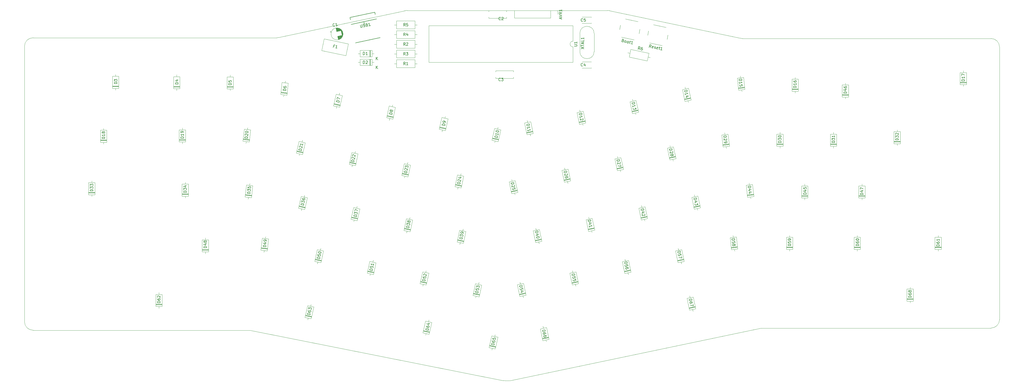
<source format=gbr>
%TF.GenerationSoftware,KiCad,Pcbnew,5.1.7-a382d34a8~88~ubuntu20.04.1*%
%TF.CreationDate,2021-03-24T17:29:36+01:00*%
%TF.ProjectId,sesame,73657361-6d65-42e6-9b69-6361645f7063,rev?*%
%TF.SameCoordinates,Original*%
%TF.FileFunction,Legend,Top*%
%TF.FilePolarity,Positive*%
%FSLAX46Y46*%
G04 Gerber Fmt 4.6, Leading zero omitted, Abs format (unit mm)*
G04 Created by KiCad (PCBNEW 5.1.7-a382d34a8~88~ubuntu20.04.1) date 2021-03-24 17:29:36*
%MOMM*%
%LPD*%
G01*
G04 APERTURE LIST*
%TA.AperFunction,Profile*%
%ADD10C,0.050000*%
%TD*%
%ADD11C,0.120000*%
%ADD12C,0.150000*%
G04 APERTURE END LIST*
D10*
X43688000Y-178562000D02*
G75*
G02*
X40640000Y-175514000I0J3048000D01*
G01*
X212136488Y-196378544D02*
G75*
G02*
X209804001Y-196341999I-1062488J6640544D01*
G01*
X385064000Y-174752000D02*
G75*
G02*
X382016000Y-177800000I-3048000J0D01*
G01*
X382016000Y-75438000D02*
G75*
G02*
X385064000Y-78486000I0J-3048000D01*
G01*
X293392751Y-75346994D02*
G75*
G03*
X294132000Y-75438000I739249J2956994D01*
G01*
X247435982Y-65639400D02*
G75*
G03*
X246634000Y-65532000I-801982J-2940600D01*
G01*
X174966018Y-65639400D02*
G75*
G02*
X175768000Y-65532000I801982J-2940600D01*
G01*
X130533249Y-75092994D02*
G75*
G02*
X129794000Y-75184000I-739249J2956994D01*
G01*
X40640000Y-78232000D02*
G75*
G02*
X43688000Y-75184000I3048000J0D01*
G01*
X130533249Y-75092994D02*
X174966018Y-65639400D01*
X43688000Y-75184000D02*
X129794000Y-75184000D01*
X40640000Y-175514000D02*
X40640000Y-78232000D01*
X120396000Y-178562000D02*
X43688000Y-178562000D01*
X209804001Y-196341999D02*
X120396000Y-178562000D01*
X300736000Y-177800000D02*
X212136488Y-196378544D01*
X382016000Y-177800000D02*
X300736000Y-177800000D01*
X385064000Y-78486000D02*
X385064000Y-174752000D01*
X294132000Y-75438000D02*
X382016000Y-75438000D01*
X247435982Y-65639400D02*
X293392751Y-75346994D01*
X175768000Y-65532000D02*
X246634000Y-65532000D01*
D11*
%TO.C,C2*%
X210868500Y-68299000D02*
X204628500Y-68299000D01*
X210868500Y-65559000D02*
X204628500Y-65559000D01*
X210868500Y-68299000D02*
X210868500Y-67854000D01*
X210868500Y-66004000D02*
X210868500Y-65559000D01*
X204628500Y-68299000D02*
X204628500Y-67854000D01*
X204628500Y-66004000D02*
X204628500Y-65559000D01*
%TO.C,C3*%
X207088500Y-86831500D02*
X213328500Y-86831500D01*
X207088500Y-89571500D02*
X213328500Y-89571500D01*
X207088500Y-86831500D02*
X207088500Y-87276500D01*
X207088500Y-89126500D02*
X207088500Y-89571500D01*
X213328500Y-86831500D02*
X213328500Y-87276500D01*
X213328500Y-89126500D02*
X213328500Y-89571500D01*
%TO.C,C4*%
X240908000Y-85892500D02*
X237668000Y-85892500D01*
X240908000Y-83652500D02*
X237668000Y-83652500D01*
X240908000Y-85892500D02*
X240908000Y-85827500D01*
X240908000Y-83717500D02*
X240908000Y-83652500D01*
X237668000Y-85892500D02*
X237668000Y-85827500D01*
X237668000Y-83717500D02*
X237668000Y-83652500D01*
%TO.C,C5*%
X240908000Y-70081000D02*
X237668000Y-70081000D01*
X240908000Y-67841000D02*
X237668000Y-67841000D01*
X240908000Y-70081000D02*
X240908000Y-70016000D01*
X240908000Y-67906000D02*
X240908000Y-67841000D01*
X237668000Y-70081000D02*
X237668000Y-70016000D01*
X237668000Y-67906000D02*
X237668000Y-67841000D01*
%TO.C,C1*%
X148723503Y-72887386D02*
X148806668Y-73278645D01*
X148569456Y-73124598D02*
X148960715Y-73041433D01*
X152996709Y-73026987D02*
X153150563Y-73750817D01*
X152922861Y-72871953D02*
X153146159Y-73922484D01*
X152857331Y-72756045D02*
X153133437Y-74055025D01*
X152796582Y-72662634D02*
X153115934Y-74165069D01*
X152738536Y-72581939D02*
X153095728Y-74262397D01*
X152682569Y-72511026D02*
X153073443Y-74349943D01*
X152628266Y-72447937D02*
X153049495Y-74429664D01*
X152575210Y-72390718D02*
X153024299Y-74503517D01*
X152523193Y-72338389D02*
X152998064Y-74572478D01*
X152472009Y-72289973D02*
X152970997Y-74637527D01*
X152421656Y-72245470D02*
X152943098Y-74698664D01*
X152372134Y-72204879D02*
X152914368Y-74755888D01*
X152323236Y-72167222D02*
X152885014Y-74810177D01*
X152739645Y-74318660D02*
X152855244Y-74862510D01*
X152274754Y-72131522D02*
X152390353Y-72675372D01*
X152700519Y-74326977D02*
X152824850Y-74911909D01*
X152226896Y-72098756D02*
X152351227Y-72683689D01*
X152661393Y-74335293D02*
X152794041Y-74959351D01*
X152179454Y-72067947D02*
X152312101Y-72692005D01*
X152622267Y-74343609D02*
X152762816Y-75004837D01*
X152132427Y-72039094D02*
X152272976Y-72700322D01*
X152583141Y-74351926D02*
X152731174Y-75048367D01*
X152085817Y-72012197D02*
X152233850Y-72708638D01*
X152544015Y-74360242D02*
X152699325Y-75090919D01*
X152039414Y-71986278D02*
X152194724Y-72716954D01*
X152504890Y-74368559D02*
X152666853Y-75130536D01*
X151993635Y-71963294D02*
X152155598Y-72725271D01*
X152465764Y-74376875D02*
X152634172Y-75169175D01*
X151948063Y-71941288D02*
X152116472Y-72733587D01*
X152426638Y-74385192D02*
X152601284Y-75206836D01*
X151902700Y-71920260D02*
X152077346Y-72741904D01*
X152387512Y-74393508D02*
X152567979Y-75242540D01*
X151857753Y-71901188D02*
X152038220Y-72750220D01*
X152348386Y-74401825D02*
X152534467Y-75277267D01*
X151813013Y-71883095D02*
X151999094Y-72758537D01*
X152309260Y-74410141D02*
X152500539Y-75310037D01*
X151768690Y-71866957D02*
X151959968Y-72766853D01*
X152270134Y-74418458D02*
X152466611Y-75342807D01*
X151724366Y-71850820D02*
X151920842Y-72775170D01*
X152231008Y-74426774D02*
X152432267Y-75373621D01*
X151680458Y-71836639D02*
X151881717Y-72783486D01*
X152191882Y-74435091D02*
X152397715Y-75403457D01*
X151636758Y-71823437D02*
X151842591Y-72791803D01*
X152152756Y-74443407D02*
X152362955Y-75432314D01*
X151593266Y-71811212D02*
X151803465Y-72800119D01*
X152113630Y-74451724D02*
X152327780Y-75459216D01*
X151550190Y-71800944D02*
X151764339Y-72808436D01*
X152074505Y-74460040D02*
X152292604Y-75486117D01*
X151507114Y-71790675D02*
X151725213Y-72816752D01*
X152035379Y-74468356D02*
X152257220Y-75512040D01*
X151464245Y-71781385D02*
X151686087Y-72825069D01*
X151996253Y-74476673D02*
X152221629Y-75536985D01*
X151421585Y-71773073D02*
X151646961Y-72833385D01*
X151957127Y-74484989D02*
X152185830Y-75560952D01*
X151379132Y-71765739D02*
X151607835Y-72841701D01*
X151918001Y-74493306D02*
X152149615Y-75582962D01*
X151337096Y-71760361D02*
X151568709Y-72850018D01*
X151877897Y-74501830D02*
X152112421Y-75605181D01*
X151294081Y-71755192D02*
X151528605Y-72858542D01*
X151838771Y-74510147D02*
X152076206Y-75627191D01*
X151252044Y-71749814D02*
X151489479Y-72866859D01*
X151799645Y-74518463D02*
X152039575Y-75647246D01*
X151210423Y-71746393D02*
X151450353Y-72875175D01*
X151760519Y-74526780D02*
X152002736Y-75666322D01*
X151169010Y-71743950D02*
X151411228Y-72883492D01*
X151721393Y-74535096D02*
X151965897Y-75685398D01*
X151127597Y-71741507D02*
X151372102Y-72891808D01*
X151682267Y-74543413D02*
X151928643Y-75702518D01*
X151086600Y-71741020D02*
X151332976Y-72900125D01*
X151643141Y-74551729D02*
X151891388Y-75719637D01*
X151045603Y-71740533D02*
X151293850Y-72908441D01*
X151604016Y-74560046D02*
X151853925Y-75735779D01*
X151004814Y-71741024D02*
X151254724Y-72916758D01*
X151564890Y-74568362D02*
X151816463Y-75751921D01*
X150964025Y-71741515D02*
X151215598Y-72925074D01*
X151525764Y-74576678D02*
X151778584Y-75766106D01*
X150923651Y-71743963D02*
X151176472Y-72933391D01*
X151486638Y-74584995D02*
X151740706Y-75780291D01*
X150883278Y-71746411D02*
X151137346Y-72941707D01*
X151447512Y-74593311D02*
X151702620Y-75793499D01*
X150843113Y-71749836D02*
X151098220Y-72950023D01*
X151408386Y-74601628D02*
X151664325Y-75805728D01*
X150803155Y-71754240D02*
X151059094Y-72958340D01*
X151369260Y-74609944D02*
X151625823Y-75816978D01*
X150763405Y-71759622D02*
X151019968Y-72966656D01*
X151330134Y-74618261D02*
X151587321Y-75828229D01*
X150723656Y-71765004D02*
X150980843Y-72974973D01*
X150684114Y-71771364D02*
X150941717Y-72983289D01*
X151291008Y-74626577D02*
X151548611Y-75838502D01*
X150644780Y-71778703D02*
X150902591Y-72991606D01*
X151251882Y-74634894D02*
X151509693Y-75847797D01*
X150605654Y-71787019D02*
X150863465Y-72999922D01*
X151212757Y-74643210D02*
X151470567Y-75856113D01*
X153158111Y-73821566D02*
G75*
G03*
X153158111Y-73821566I-2120000J0D01*
G01*
%TO.C,AVR1*%
X213681000Y-65535500D02*
X213681000Y-68195500D01*
X226441000Y-65535500D02*
X213681000Y-65535500D01*
X226441000Y-68195500D02*
X213681000Y-68195500D01*
X226441000Y-65535500D02*
X226441000Y-68195500D01*
X227711000Y-65535500D02*
X229041000Y-65535500D01*
X229041000Y-65535500D02*
X229041000Y-66865500D01*
%TO.C,D60*%
X333652000Y-149948000D02*
X335892000Y-149948000D01*
X335892000Y-149948000D02*
X335892000Y-145708000D01*
X335892000Y-145708000D02*
X333652000Y-145708000D01*
X333652000Y-145708000D02*
X333652000Y-149948000D01*
X334772000Y-150598000D02*
X334772000Y-149948000D01*
X334772000Y-145058000D02*
X334772000Y-145708000D01*
X333652000Y-149228000D02*
X335892000Y-149228000D01*
X333652000Y-149108000D02*
X335892000Y-149108000D01*
X333652000Y-149348000D02*
X335892000Y-149348000D01*
%TO.C,U1*%
X234375000Y-76406500D02*
X234375000Y-70946500D01*
X234375000Y-70946500D02*
X183455000Y-70946500D01*
X183455000Y-70946500D02*
X183455000Y-83866500D01*
X183455000Y-83866500D02*
X234375000Y-83866500D01*
X234375000Y-83866500D02*
X234375000Y-78406500D01*
X234375000Y-78406500D02*
G75*
G02*
X234375000Y-76406500I0J1000000D01*
G01*
%TO.C,XTAL1*%
X241856500Y-73662000D02*
X241856500Y-80062000D01*
X236806500Y-73662000D02*
X236806500Y-80062000D01*
X236806500Y-80062000D02*
G75*
G03*
X241856500Y-80062000I2525000J0D01*
G01*
X236806500Y-73662000D02*
G75*
G02*
X241856500Y-73662000I2525000J0D01*
G01*
D12*
%TO.C,USB1*%
X165051933Y-68570908D02*
X156004067Y-70494092D01*
X166289902Y-75116558D02*
X157535481Y-76977368D01*
X155782053Y-68752186D02*
X155628931Y-68007754D01*
X164383352Y-66146945D02*
X155628931Y-68007754D01*
X164383352Y-66146945D02*
X164546256Y-66889297D01*
X160528000Y-69532500D02*
X160792048Y-70774747D01*
D11*
%TO.C,Reset1*%
X261454633Y-76961723D02*
X265856298Y-77897326D01*
X261063596Y-72789243D02*
X260751728Y-74256465D01*
X267207723Y-71539367D02*
X262806059Y-70603764D01*
X267598761Y-75711847D02*
X267910629Y-74244625D01*
%TO.C,R6*%
X254785286Y-79300258D02*
X254215608Y-81980382D01*
X254215608Y-81980382D02*
X260612693Y-83340125D01*
X260612693Y-83340125D02*
X261182371Y-80660000D01*
X261182371Y-80660000D02*
X254785286Y-79300258D01*
X253747274Y-80480228D02*
X254500447Y-80640320D01*
X261650706Y-82160155D02*
X260897532Y-82000063D01*
%TO.C,R5*%
X172053500Y-69242000D02*
X172053500Y-71982000D01*
X172053500Y-71982000D02*
X178593500Y-71982000D01*
X178593500Y-71982000D02*
X178593500Y-69242000D01*
X178593500Y-69242000D02*
X172053500Y-69242000D01*
X171283500Y-70612000D02*
X172053500Y-70612000D01*
X179363500Y-70612000D02*
X178593500Y-70612000D01*
%TO.C,R4*%
X172053500Y-72671000D02*
X172053500Y-75411000D01*
X172053500Y-75411000D02*
X178593500Y-75411000D01*
X178593500Y-75411000D02*
X178593500Y-72671000D01*
X178593500Y-72671000D02*
X172053500Y-72671000D01*
X171283500Y-74041000D02*
X172053500Y-74041000D01*
X179363500Y-74041000D02*
X178593500Y-74041000D01*
%TO.C,R3*%
X172053500Y-79529000D02*
X172053500Y-82269000D01*
X172053500Y-82269000D02*
X178593500Y-82269000D01*
X178593500Y-82269000D02*
X178593500Y-79529000D01*
X178593500Y-79529000D02*
X172053500Y-79529000D01*
X171283500Y-80899000D02*
X172053500Y-80899000D01*
X179363500Y-80899000D02*
X178593500Y-80899000D01*
%TO.C,R2*%
X172053500Y-76100000D02*
X172053500Y-78840000D01*
X172053500Y-78840000D02*
X178593500Y-78840000D01*
X178593500Y-78840000D02*
X178593500Y-76100000D01*
X178593500Y-76100000D02*
X172053500Y-76100000D01*
X171283500Y-77470000D02*
X172053500Y-77470000D01*
X179363500Y-77470000D02*
X178593500Y-77470000D01*
%TO.C,R1*%
X172053500Y-82958000D02*
X172053500Y-85698000D01*
X172053500Y-85698000D02*
X178593500Y-85698000D01*
X178593500Y-85698000D02*
X178593500Y-82958000D01*
X178593500Y-82958000D02*
X172053500Y-82958000D01*
X171283500Y-84328000D02*
X172053500Y-84328000D01*
X179363500Y-84328000D02*
X178593500Y-84328000D01*
%TO.C,F1*%
X146478763Y-75523849D02*
X155027773Y-77340997D01*
X146478763Y-75523849D02*
X145597217Y-79671195D01*
X154146227Y-81488343D02*
X155027773Y-77340997D01*
X154146227Y-81488343D02*
X145597217Y-79671195D01*
%TO.C,D68*%
X352321000Y-168236000D02*
X354561000Y-168236000D01*
X354561000Y-168236000D02*
X354561000Y-163996000D01*
X354561000Y-163996000D02*
X352321000Y-163996000D01*
X352321000Y-163996000D02*
X352321000Y-168236000D01*
X353441000Y-168886000D02*
X353441000Y-168236000D01*
X353441000Y-163346000D02*
X353441000Y-163996000D01*
X352321000Y-167516000D02*
X354561000Y-167516000D01*
X352321000Y-167396000D02*
X354561000Y-167396000D01*
X352321000Y-167636000D02*
X354561000Y-167636000D01*
%TO.C,D67*%
X275540104Y-171426792D02*
X277731155Y-170961069D01*
X277731155Y-170961069D02*
X276849609Y-166813724D01*
X276849609Y-166813724D02*
X274658558Y-167279446D01*
X274658558Y-167279446D02*
X275540104Y-171426792D01*
X276770772Y-171829726D02*
X276635629Y-171193931D01*
X275618941Y-166410789D02*
X275754084Y-167046585D01*
X275390408Y-170722525D02*
X277581458Y-170256803D01*
X275365458Y-170605148D02*
X277556509Y-170139425D01*
X275415357Y-170839903D02*
X277606408Y-170374181D01*
%TO.C,D66*%
X223724104Y-182221792D02*
X225915155Y-181756069D01*
X225915155Y-181756069D02*
X225033609Y-177608724D01*
X225033609Y-177608724D02*
X222842558Y-178074446D01*
X222842558Y-178074446D02*
X223724104Y-182221792D01*
X224954772Y-182624726D02*
X224819629Y-181988931D01*
X223802941Y-177205789D02*
X223938084Y-177841585D01*
X223574408Y-181517525D02*
X225765458Y-181051803D01*
X223549458Y-181400148D02*
X225740509Y-180934425D01*
X223599357Y-181634903D02*
X225790408Y-181169181D01*
%TO.C,D65*%
X204741845Y-184677069D02*
X206932896Y-185142792D01*
X206932896Y-185142792D02*
X207814442Y-180995446D01*
X207814442Y-180995446D02*
X205623391Y-180529724D01*
X205623391Y-180529724D02*
X204741845Y-184677069D01*
X205702228Y-185545726D02*
X205837371Y-184909931D01*
X206854059Y-180126789D02*
X206718916Y-180762585D01*
X204891542Y-183972803D02*
X207082592Y-184438525D01*
X204916491Y-183855425D02*
X207107542Y-184321148D01*
X204866592Y-184090181D02*
X207057643Y-184555903D01*
%TO.C,D64*%
X181373845Y-179470069D02*
X183564896Y-179935792D01*
X183564896Y-179935792D02*
X184446442Y-175788446D01*
X184446442Y-175788446D02*
X182255391Y-175322724D01*
X182255391Y-175322724D02*
X181373845Y-179470069D01*
X182334228Y-180338726D02*
X182469371Y-179702931D01*
X183486059Y-174919789D02*
X183350916Y-175555585D01*
X181523542Y-178765803D02*
X183714592Y-179231525D01*
X181548491Y-178648425D02*
X183739542Y-179114148D01*
X181498592Y-178883181D02*
X183689643Y-179348903D01*
%TO.C,D63*%
X139717845Y-174009069D02*
X141908896Y-174474792D01*
X141908896Y-174474792D02*
X142790442Y-170327446D01*
X142790442Y-170327446D02*
X140599391Y-169861724D01*
X140599391Y-169861724D02*
X139717845Y-174009069D01*
X140678228Y-174877726D02*
X140813371Y-174241931D01*
X141830059Y-169458789D02*
X141694916Y-170094585D01*
X139867542Y-173304803D02*
X142058592Y-173770525D01*
X139892491Y-173187425D02*
X142083542Y-173653148D01*
X139842592Y-173422181D02*
X142033643Y-173887903D01*
%TO.C,D62*%
X87018000Y-170141000D02*
X89258000Y-170141000D01*
X89258000Y-170141000D02*
X89258000Y-165901000D01*
X89258000Y-165901000D02*
X87018000Y-165901000D01*
X87018000Y-165901000D02*
X87018000Y-170141000D01*
X88138000Y-170791000D02*
X88138000Y-170141000D01*
X88138000Y-165251000D02*
X88138000Y-165901000D01*
X87018000Y-169421000D02*
X89258000Y-169421000D01*
X87018000Y-169301000D02*
X89258000Y-169301000D01*
X87018000Y-169541000D02*
X89258000Y-169541000D01*
%TO.C,D61*%
X362227000Y-149948000D02*
X364467000Y-149948000D01*
X364467000Y-149948000D02*
X364467000Y-145708000D01*
X364467000Y-145708000D02*
X362227000Y-145708000D01*
X362227000Y-145708000D02*
X362227000Y-149948000D01*
X363347000Y-150598000D02*
X363347000Y-149948000D01*
X363347000Y-145058000D02*
X363347000Y-145708000D01*
X362227000Y-149228000D02*
X364467000Y-149228000D01*
X362227000Y-149108000D02*
X364467000Y-149108000D01*
X362227000Y-149348000D02*
X364467000Y-149348000D01*
%TO.C,D59*%
X309776000Y-149948000D02*
X312016000Y-149948000D01*
X312016000Y-149948000D02*
X312016000Y-145708000D01*
X312016000Y-145708000D02*
X309776000Y-145708000D01*
X309776000Y-145708000D02*
X309776000Y-149948000D01*
X310896000Y-150598000D02*
X310896000Y-149948000D01*
X310896000Y-145058000D02*
X310896000Y-145708000D01*
X309776000Y-149228000D02*
X312016000Y-149228000D01*
X309776000Y-149108000D02*
X312016000Y-149108000D01*
X309776000Y-149348000D02*
X312016000Y-149348000D01*
%TO.C,D58*%
X290301482Y-150074330D02*
X292529211Y-149840186D01*
X292529211Y-149840186D02*
X292086011Y-145623413D01*
X292086011Y-145623413D02*
X289858282Y-145857557D01*
X289858282Y-145857557D02*
X290301482Y-150074330D01*
X291483290Y-150603697D02*
X291415347Y-149957258D01*
X290904203Y-145094046D02*
X290972146Y-145740485D01*
X290226222Y-149358274D02*
X292453951Y-149124130D01*
X290213678Y-149238931D02*
X292441408Y-149004788D01*
X290238765Y-149477617D02*
X292466494Y-149243473D01*
%TO.C,D57*%
X271476104Y-154662792D02*
X273667155Y-154197069D01*
X273667155Y-154197069D02*
X272785609Y-150049724D01*
X272785609Y-150049724D02*
X270594558Y-150515446D01*
X270594558Y-150515446D02*
X271476104Y-154662792D01*
X272706772Y-155065726D02*
X272571629Y-154429931D01*
X271554941Y-149646789D02*
X271690084Y-150282585D01*
X271326408Y-153958525D02*
X273517458Y-153492803D01*
X271301458Y-153841148D02*
X273492509Y-153375425D01*
X271351357Y-154075903D02*
X273542408Y-153610181D01*
%TO.C,D56*%
X252680104Y-158472792D02*
X254871155Y-158007069D01*
X254871155Y-158007069D02*
X253989609Y-153859724D01*
X253989609Y-153859724D02*
X251798558Y-154325446D01*
X251798558Y-154325446D02*
X252680104Y-158472792D01*
X253910772Y-158875726D02*
X253775629Y-158239931D01*
X252758941Y-153456789D02*
X252894084Y-154092585D01*
X252530408Y-157768525D02*
X254721458Y-157302803D01*
X252505458Y-157651148D02*
X254696509Y-157185425D01*
X252555357Y-157885903D02*
X254746408Y-157420181D01*
%TO.C,D55*%
X234138104Y-162536792D02*
X236329155Y-162071069D01*
X236329155Y-162071069D02*
X235447609Y-157923724D01*
X235447609Y-157923724D02*
X233256558Y-158389446D01*
X233256558Y-158389446D02*
X234138104Y-162536792D01*
X235368772Y-162939726D02*
X235233629Y-162303931D01*
X234216941Y-157520789D02*
X234352084Y-158156585D01*
X233988408Y-161832525D02*
X236179458Y-161366803D01*
X233963458Y-161715148D02*
X236154509Y-161249425D01*
X234013357Y-161949903D02*
X236204408Y-161484181D01*
%TO.C,D54*%
X215596104Y-166600792D02*
X217787155Y-166135069D01*
X217787155Y-166135069D02*
X216905609Y-161987724D01*
X216905609Y-161987724D02*
X214714558Y-162453446D01*
X214714558Y-162453446D02*
X215596104Y-166600792D01*
X216826772Y-167003726D02*
X216691629Y-166367931D01*
X215674941Y-161584789D02*
X215810084Y-162220585D01*
X215446408Y-165896525D02*
X217637458Y-165430803D01*
X215421458Y-165779148D02*
X217612509Y-165313425D01*
X215471357Y-166013903D02*
X217662408Y-165548181D01*
%TO.C,D53*%
X199026845Y-166262069D02*
X201217896Y-166727792D01*
X201217896Y-166727792D02*
X202099442Y-162580446D01*
X202099442Y-162580446D02*
X199908391Y-162114724D01*
X199908391Y-162114724D02*
X199026845Y-166262069D01*
X199987228Y-167130726D02*
X200122371Y-166494931D01*
X201139059Y-161711789D02*
X201003916Y-162347585D01*
X199176542Y-165557803D02*
X201367592Y-166023525D01*
X199201491Y-165440425D02*
X201392542Y-165906148D01*
X199151592Y-165675181D02*
X201342643Y-166140903D01*
%TO.C,D52*%
X180357845Y-162071069D02*
X182548896Y-162536792D01*
X182548896Y-162536792D02*
X183430442Y-158389446D01*
X183430442Y-158389446D02*
X181239391Y-157923724D01*
X181239391Y-157923724D02*
X180357845Y-162071069D01*
X181318228Y-162939726D02*
X181453371Y-162303931D01*
X182470059Y-157520789D02*
X182334916Y-158156585D01*
X180507542Y-161366803D02*
X182698592Y-161832525D01*
X180532491Y-161249425D02*
X182723542Y-161715148D01*
X180482592Y-161484181D02*
X182673643Y-161949903D01*
%TO.C,D51*%
X161688845Y-158388069D02*
X163879896Y-158853792D01*
X163879896Y-158853792D02*
X164761442Y-154706446D01*
X164761442Y-154706446D02*
X162570391Y-154240724D01*
X162570391Y-154240724D02*
X161688845Y-158388069D01*
X162649228Y-159256726D02*
X162784371Y-158620931D01*
X163801059Y-153837789D02*
X163665916Y-154473585D01*
X161838542Y-157683803D02*
X164029592Y-158149525D01*
X161863491Y-157566425D02*
X164054542Y-158032148D01*
X161813592Y-157801181D02*
X164004643Y-158266903D01*
%TO.C,D50*%
X143146845Y-154197069D02*
X145337896Y-154662792D01*
X145337896Y-154662792D02*
X146219442Y-150515446D01*
X146219442Y-150515446D02*
X144028391Y-150049724D01*
X144028391Y-150049724D02*
X143146845Y-154197069D01*
X144107228Y-155065726D02*
X144242371Y-154429931D01*
X145259059Y-149646789D02*
X145123916Y-150282585D01*
X143296542Y-153492803D02*
X145487592Y-153958525D01*
X143321491Y-153375425D02*
X145512542Y-153841148D01*
X143271592Y-153610181D02*
X145462643Y-154075903D01*
%TO.C,D49*%
X124157789Y-150221186D02*
X126385518Y-150455330D01*
X126385518Y-150455330D02*
X126828718Y-146238557D01*
X126828718Y-146238557D02*
X124600989Y-146004413D01*
X124600989Y-146004413D02*
X124157789Y-150221186D01*
X125203710Y-150984697D02*
X125271653Y-150338258D01*
X125782797Y-145475046D02*
X125714854Y-146121485D01*
X124233049Y-149505130D02*
X126460778Y-149739274D01*
X124245592Y-149385788D02*
X126473322Y-149619931D01*
X124220506Y-149624473D02*
X126448235Y-149858617D01*
%TO.C,D48*%
X103401000Y-150837000D02*
X105641000Y-150837000D01*
X105641000Y-150837000D02*
X105641000Y-146597000D01*
X105641000Y-146597000D02*
X103401000Y-146597000D01*
X103401000Y-146597000D02*
X103401000Y-150837000D01*
X104521000Y-151487000D02*
X104521000Y-150837000D01*
X104521000Y-145947000D02*
X104521000Y-146597000D01*
X103401000Y-150117000D02*
X105641000Y-150117000D01*
X103401000Y-149997000D02*
X105641000Y-149997000D01*
X103401000Y-150237000D02*
X105641000Y-150237000D01*
%TO.C,D47*%
X335303000Y-131787000D02*
X337543000Y-131787000D01*
X337543000Y-131787000D02*
X337543000Y-127547000D01*
X337543000Y-127547000D02*
X335303000Y-127547000D01*
X335303000Y-127547000D02*
X335303000Y-131787000D01*
X336423000Y-132437000D02*
X336423000Y-131787000D01*
X336423000Y-126897000D02*
X336423000Y-127547000D01*
X335303000Y-131067000D02*
X337543000Y-131067000D01*
X335303000Y-130947000D02*
X337543000Y-130947000D01*
X335303000Y-131187000D02*
X337543000Y-131187000D01*
%TO.C,D45*%
X315110000Y-131787000D02*
X317350000Y-131787000D01*
X317350000Y-131787000D02*
X317350000Y-127547000D01*
X317350000Y-127547000D02*
X315110000Y-127547000D01*
X315110000Y-127547000D02*
X315110000Y-131787000D01*
X316230000Y-132437000D02*
X316230000Y-131787000D01*
X316230000Y-126897000D02*
X316230000Y-127547000D01*
X315110000Y-131067000D02*
X317350000Y-131067000D01*
X315110000Y-130947000D02*
X317350000Y-130947000D01*
X315110000Y-131187000D02*
X317350000Y-131187000D01*
%TO.C,D44*%
X296016482Y-131532330D02*
X298244211Y-131298186D01*
X298244211Y-131298186D02*
X297801011Y-127081413D01*
X297801011Y-127081413D02*
X295573282Y-127315557D01*
X295573282Y-127315557D02*
X296016482Y-131532330D01*
X297198290Y-132061697D02*
X297130347Y-131415258D01*
X296619203Y-126552046D02*
X296687146Y-127198485D01*
X295941222Y-130816274D02*
X298168951Y-130582130D01*
X295928678Y-130696931D02*
X298156408Y-130462788D01*
X295953765Y-130935617D02*
X298181494Y-130701473D01*
%TO.C,D43*%
X277191104Y-135739792D02*
X279382155Y-135274069D01*
X279382155Y-135274069D02*
X278500609Y-131126724D01*
X278500609Y-131126724D02*
X276309558Y-131592446D01*
X276309558Y-131592446D02*
X277191104Y-135739792D01*
X278421772Y-136142726D02*
X278286629Y-135506931D01*
X277269941Y-130723789D02*
X277405084Y-131359585D01*
X277041408Y-135035525D02*
X279232458Y-134569803D01*
X277016458Y-134918148D02*
X279207509Y-134452425D01*
X277066357Y-135152903D02*
X279257408Y-134687181D01*
%TO.C,D42*%
X258522104Y-139549792D02*
X260713155Y-139084069D01*
X260713155Y-139084069D02*
X259831609Y-134936724D01*
X259831609Y-134936724D02*
X257640558Y-135402446D01*
X257640558Y-135402446D02*
X258522104Y-139549792D01*
X259752772Y-139952726D02*
X259617629Y-139316931D01*
X258600941Y-134533789D02*
X258736084Y-135169585D01*
X258372408Y-138845525D02*
X260563458Y-138379803D01*
X258347458Y-138728148D02*
X260538509Y-138262425D01*
X258397357Y-138962903D02*
X260588408Y-138497181D01*
%TO.C,D41*%
X239853104Y-143613792D02*
X242044155Y-143148069D01*
X242044155Y-143148069D02*
X241162609Y-139000724D01*
X241162609Y-139000724D02*
X238971558Y-139466446D01*
X238971558Y-139466446D02*
X239853104Y-143613792D01*
X241083772Y-144016726D02*
X240948629Y-143380931D01*
X239931941Y-138597789D02*
X240067084Y-139233585D01*
X239703408Y-142909525D02*
X241894458Y-142443803D01*
X239678458Y-142792148D02*
X241869509Y-142326425D01*
X239728357Y-143026903D02*
X241919408Y-142561181D01*
%TO.C,D40*%
X221184104Y-147550792D02*
X223375155Y-147085069D01*
X223375155Y-147085069D02*
X222493609Y-142937724D01*
X222493609Y-142937724D02*
X220302558Y-143403446D01*
X220302558Y-143403446D02*
X221184104Y-147550792D01*
X222414772Y-147953726D02*
X222279629Y-147317931D01*
X221262941Y-142534789D02*
X221398084Y-143170585D01*
X221034408Y-146846525D02*
X223225458Y-146380803D01*
X221009458Y-146729148D02*
X223200509Y-146263425D01*
X221059357Y-146963903D02*
X223250408Y-146498181D01*
%TO.C,D39*%
X193438845Y-147339069D02*
X195629896Y-147804792D01*
X195629896Y-147804792D02*
X196511442Y-143657446D01*
X196511442Y-143657446D02*
X194320391Y-143191724D01*
X194320391Y-143191724D02*
X193438845Y-147339069D01*
X194399228Y-148207726D02*
X194534371Y-147571931D01*
X195551059Y-142788789D02*
X195415916Y-143424585D01*
X193588542Y-146634803D02*
X195779592Y-147100525D01*
X193613491Y-146517425D02*
X195804542Y-146983148D01*
X193563592Y-146752181D02*
X195754643Y-147217903D01*
%TO.C,D38*%
X174642845Y-143275069D02*
X176833896Y-143740792D01*
X176833896Y-143740792D02*
X177715442Y-139593446D01*
X177715442Y-139593446D02*
X175524391Y-139127724D01*
X175524391Y-139127724D02*
X174642845Y-143275069D01*
X175603228Y-144143726D02*
X175738371Y-143507931D01*
X176755059Y-138724789D02*
X176619916Y-139360585D01*
X174792542Y-142570803D02*
X176983592Y-143036525D01*
X174817491Y-142453425D02*
X177008542Y-142919148D01*
X174767592Y-142688181D02*
X176958643Y-143153903D01*
%TO.C,D37*%
X155973845Y-139338069D02*
X158164896Y-139803792D01*
X158164896Y-139803792D02*
X159046442Y-135656446D01*
X159046442Y-135656446D02*
X156855391Y-135190724D01*
X156855391Y-135190724D02*
X155973845Y-139338069D01*
X156934228Y-140206726D02*
X157069371Y-139570931D01*
X158086059Y-134787789D02*
X157950916Y-135423585D01*
X156123542Y-138633803D02*
X158314592Y-139099525D01*
X156148491Y-138516425D02*
X158339542Y-138982148D01*
X156098592Y-138751181D02*
X158289643Y-139216903D01*
%TO.C,D36*%
X137431845Y-135401069D02*
X139622896Y-135866792D01*
X139622896Y-135866792D02*
X140504442Y-131719446D01*
X140504442Y-131719446D02*
X138313391Y-131253724D01*
X138313391Y-131253724D02*
X137431845Y-135401069D01*
X138392228Y-136269726D02*
X138527371Y-135633931D01*
X139544059Y-130850789D02*
X139408916Y-131486585D01*
X137581542Y-134696803D02*
X139772592Y-135162525D01*
X137606491Y-134579425D02*
X139797542Y-135045148D01*
X137556592Y-134814181D02*
X139747643Y-135279903D01*
%TO.C,D35*%
X118569789Y-131425186D02*
X120797518Y-131659330D01*
X120797518Y-131659330D02*
X121240718Y-127442557D01*
X121240718Y-127442557D02*
X119012989Y-127208413D01*
X119012989Y-127208413D02*
X118569789Y-131425186D01*
X119615710Y-132188697D02*
X119683653Y-131542258D01*
X120194797Y-126679046D02*
X120126854Y-127325485D01*
X118645049Y-130709130D02*
X120872778Y-130943274D01*
X118657592Y-130589788D02*
X120885322Y-130823931D01*
X118632506Y-130828473D02*
X120860235Y-131062617D01*
%TO.C,D34*%
X96289000Y-131152000D02*
X98529000Y-131152000D01*
X98529000Y-131152000D02*
X98529000Y-126912000D01*
X98529000Y-126912000D02*
X96289000Y-126912000D01*
X96289000Y-126912000D02*
X96289000Y-131152000D01*
X97409000Y-131802000D02*
X97409000Y-131152000D01*
X97409000Y-126262000D02*
X97409000Y-126912000D01*
X96289000Y-130432000D02*
X98529000Y-130432000D01*
X96289000Y-130312000D02*
X98529000Y-130312000D01*
X96289000Y-130552000D02*
X98529000Y-130552000D01*
%TO.C,D33*%
X63269000Y-130644000D02*
X65509000Y-130644000D01*
X65509000Y-130644000D02*
X65509000Y-126404000D01*
X65509000Y-126404000D02*
X63269000Y-126404000D01*
X63269000Y-126404000D02*
X63269000Y-130644000D01*
X64389000Y-131294000D02*
X64389000Y-130644000D01*
X64389000Y-125754000D02*
X64389000Y-126404000D01*
X63269000Y-129924000D02*
X65509000Y-129924000D01*
X63269000Y-129804000D02*
X65509000Y-129804000D01*
X63269000Y-130044000D02*
X65509000Y-130044000D01*
%TO.C,D32*%
X347749000Y-112610000D02*
X349989000Y-112610000D01*
X349989000Y-112610000D02*
X349989000Y-108370000D01*
X349989000Y-108370000D02*
X347749000Y-108370000D01*
X347749000Y-108370000D02*
X347749000Y-112610000D01*
X348869000Y-113260000D02*
X348869000Y-112610000D01*
X348869000Y-107720000D02*
X348869000Y-108370000D01*
X347749000Y-111890000D02*
X349989000Y-111890000D01*
X347749000Y-111770000D02*
X349989000Y-111770000D01*
X347749000Y-112010000D02*
X349989000Y-112010000D01*
%TO.C,D31*%
X325270000Y-113499000D02*
X327510000Y-113499000D01*
X327510000Y-113499000D02*
X327510000Y-109259000D01*
X327510000Y-109259000D02*
X325270000Y-109259000D01*
X325270000Y-109259000D02*
X325270000Y-113499000D01*
X326390000Y-114149000D02*
X326390000Y-113499000D01*
X326390000Y-108609000D02*
X326390000Y-109259000D01*
X325270000Y-112779000D02*
X327510000Y-112779000D01*
X325270000Y-112659000D02*
X327510000Y-112659000D01*
X325270000Y-112899000D02*
X327510000Y-112899000D01*
%TO.C,D30*%
X306347000Y-113499000D02*
X308587000Y-113499000D01*
X308587000Y-113499000D02*
X308587000Y-109259000D01*
X308587000Y-109259000D02*
X306347000Y-109259000D01*
X306347000Y-109259000D02*
X306347000Y-113499000D01*
X307467000Y-114149000D02*
X307467000Y-113499000D01*
X307467000Y-108609000D02*
X307467000Y-109259000D01*
X306347000Y-112779000D02*
X308587000Y-112779000D01*
X306347000Y-112659000D02*
X308587000Y-112659000D01*
X306347000Y-112899000D02*
X308587000Y-112899000D01*
%TO.C,D29*%
X287380482Y-113752330D02*
X289608211Y-113518186D01*
X289608211Y-113518186D02*
X289165011Y-109301413D01*
X289165011Y-109301413D02*
X286937282Y-109535557D01*
X286937282Y-109535557D02*
X287380482Y-113752330D01*
X288562290Y-114281697D02*
X288494347Y-113635258D01*
X287983203Y-108772046D02*
X288051146Y-109418485D01*
X287305222Y-113036274D02*
X289532951Y-112802130D01*
X287292678Y-112916931D02*
X289520408Y-112682788D01*
X287317765Y-113155617D02*
X289545494Y-112921473D01*
%TO.C,D28*%
X268555104Y-118340792D02*
X270746155Y-117875069D01*
X270746155Y-117875069D02*
X269864609Y-113727724D01*
X269864609Y-113727724D02*
X267673558Y-114193446D01*
X267673558Y-114193446D02*
X268555104Y-118340792D01*
X269785772Y-118743726D02*
X269650629Y-118107931D01*
X268633941Y-113324789D02*
X268769084Y-113960585D01*
X268405408Y-117636525D02*
X270596458Y-117170803D01*
X268380458Y-117519148D02*
X270571509Y-117053425D01*
X268430357Y-117753903D02*
X270621408Y-117288181D01*
%TO.C,D27*%
X250013104Y-122150792D02*
X252204155Y-121685069D01*
X252204155Y-121685069D02*
X251322609Y-117537724D01*
X251322609Y-117537724D02*
X249131558Y-118003446D01*
X249131558Y-118003446D02*
X250013104Y-122150792D01*
X251243772Y-122553726D02*
X251108629Y-121917931D01*
X250091941Y-117134789D02*
X250227084Y-117770585D01*
X249863408Y-121446525D02*
X252054458Y-120980803D01*
X249838458Y-121329148D02*
X252029509Y-120863425D01*
X249888357Y-121563903D02*
X252079408Y-121098181D01*
%TO.C,D26*%
X231344104Y-126214792D02*
X233535155Y-125749069D01*
X233535155Y-125749069D02*
X232653609Y-121601724D01*
X232653609Y-121601724D02*
X230462558Y-122067446D01*
X230462558Y-122067446D02*
X231344104Y-126214792D01*
X232574772Y-126617726D02*
X232439629Y-125981931D01*
X231422941Y-121198789D02*
X231558084Y-121834585D01*
X231194408Y-125510525D02*
X233385458Y-125044803D01*
X231169458Y-125393148D02*
X233360509Y-124927425D01*
X231219357Y-125627903D02*
X233410408Y-125162181D01*
%TO.C,D25*%
X212675104Y-130278792D02*
X214866155Y-129813069D01*
X214866155Y-129813069D02*
X213984609Y-125665724D01*
X213984609Y-125665724D02*
X211793558Y-126131446D01*
X211793558Y-126131446D02*
X212675104Y-130278792D01*
X213905772Y-130681726D02*
X213770629Y-130045931D01*
X212753941Y-125262789D02*
X212889084Y-125898585D01*
X212525408Y-129574525D02*
X214716458Y-129108803D01*
X212500458Y-129457148D02*
X214691509Y-128991425D01*
X212550357Y-129691903D02*
X214741408Y-129226181D01*
%TO.C,D24*%
X192676845Y-127781069D02*
X194867896Y-128246792D01*
X194867896Y-128246792D02*
X195749442Y-124099446D01*
X195749442Y-124099446D02*
X193558391Y-123633724D01*
X193558391Y-123633724D02*
X192676845Y-127781069D01*
X193637228Y-128649726D02*
X193772371Y-128013931D01*
X194789059Y-123230789D02*
X194653916Y-123866585D01*
X192826542Y-127076803D02*
X195017592Y-127542525D01*
X192851491Y-126959425D02*
X195042542Y-127425148D01*
X192801592Y-127194181D02*
X194992643Y-127659903D01*
%TO.C,D23*%
X173880845Y-123844069D02*
X176071896Y-124309792D01*
X176071896Y-124309792D02*
X176953442Y-120162446D01*
X176953442Y-120162446D02*
X174762391Y-119696724D01*
X174762391Y-119696724D02*
X173880845Y-123844069D01*
X174841228Y-124712726D02*
X174976371Y-124076931D01*
X175993059Y-119293789D02*
X175857916Y-119929585D01*
X174030542Y-123139803D02*
X176221592Y-123605525D01*
X174055491Y-123022425D02*
X176246542Y-123488148D01*
X174005592Y-123257181D02*
X176196643Y-123722903D01*
%TO.C,D22*%
X155338845Y-119907069D02*
X157529896Y-120372792D01*
X157529896Y-120372792D02*
X158411442Y-116225446D01*
X158411442Y-116225446D02*
X156220391Y-115759724D01*
X156220391Y-115759724D02*
X155338845Y-119907069D01*
X156299228Y-120775726D02*
X156434371Y-120139931D01*
X157451059Y-115356789D02*
X157315916Y-115992585D01*
X155488542Y-119202803D02*
X157679592Y-119668525D01*
X155513491Y-119085425D02*
X157704542Y-119551148D01*
X155463592Y-119320181D02*
X157654643Y-119785903D01*
%TO.C,D21*%
X136669845Y-115970069D02*
X138860896Y-116435792D01*
X138860896Y-116435792D02*
X139742442Y-112288446D01*
X139742442Y-112288446D02*
X137551391Y-111822724D01*
X137551391Y-111822724D02*
X136669845Y-115970069D01*
X137630228Y-116838726D02*
X137765371Y-116202931D01*
X138782059Y-111419789D02*
X138646916Y-112055585D01*
X136819542Y-115265803D02*
X139010592Y-115731525D01*
X136844491Y-115148425D02*
X139035542Y-115614148D01*
X136794592Y-115383181D02*
X138985643Y-115848903D01*
%TO.C,D20*%
X117807789Y-111740186D02*
X120035518Y-111974330D01*
X120035518Y-111974330D02*
X120478718Y-107757557D01*
X120478718Y-107757557D02*
X118250989Y-107523413D01*
X118250989Y-107523413D02*
X117807789Y-111740186D01*
X118853710Y-112503697D02*
X118921653Y-111857258D01*
X119432797Y-106994046D02*
X119364854Y-107640485D01*
X117883049Y-111024130D02*
X120110778Y-111258274D01*
X117895592Y-110904788D02*
X120123322Y-111138931D01*
X117870506Y-111143473D02*
X120098235Y-111377617D01*
%TO.C,D19*%
X95273000Y-111975000D02*
X97513000Y-111975000D01*
X97513000Y-111975000D02*
X97513000Y-107735000D01*
X97513000Y-107735000D02*
X95273000Y-107735000D01*
X95273000Y-107735000D02*
X95273000Y-111975000D01*
X96393000Y-112625000D02*
X96393000Y-111975000D01*
X96393000Y-107085000D02*
X96393000Y-107735000D01*
X95273000Y-111255000D02*
X97513000Y-111255000D01*
X95273000Y-111135000D02*
X97513000Y-111135000D01*
X95273000Y-111375000D02*
X97513000Y-111375000D01*
%TO.C,D18*%
X67460000Y-112102000D02*
X69700000Y-112102000D01*
X69700000Y-112102000D02*
X69700000Y-107862000D01*
X69700000Y-107862000D02*
X67460000Y-107862000D01*
X67460000Y-107862000D02*
X67460000Y-112102000D01*
X68580000Y-112752000D02*
X68580000Y-112102000D01*
X68580000Y-107212000D02*
X68580000Y-107862000D01*
X67460000Y-111382000D02*
X69700000Y-111382000D01*
X67460000Y-111262000D02*
X69700000Y-111262000D01*
X67460000Y-111502000D02*
X69700000Y-111502000D01*
%TO.C,D17*%
X371117000Y-91718500D02*
X373357000Y-91718500D01*
X373357000Y-91718500D02*
X373357000Y-87478500D01*
X373357000Y-87478500D02*
X371117000Y-87478500D01*
X371117000Y-87478500D02*
X371117000Y-91718500D01*
X372237000Y-92368500D02*
X372237000Y-91718500D01*
X372237000Y-86828500D02*
X372237000Y-87478500D01*
X371117000Y-90998500D02*
X373357000Y-90998500D01*
X371117000Y-90878500D02*
X373357000Y-90878500D01*
X371117000Y-91118500D02*
X373357000Y-91118500D01*
%TO.C,D46*%
X329461000Y-96100000D02*
X331701000Y-96100000D01*
X331701000Y-96100000D02*
X331701000Y-91860000D01*
X331701000Y-91860000D02*
X329461000Y-91860000D01*
X329461000Y-91860000D02*
X329461000Y-96100000D01*
X330581000Y-96750000D02*
X330581000Y-96100000D01*
X330581000Y-91210000D02*
X330581000Y-91860000D01*
X329461000Y-95380000D02*
X331701000Y-95380000D01*
X329461000Y-95260000D02*
X331701000Y-95260000D01*
X329461000Y-95500000D02*
X331701000Y-95500000D01*
%TO.C,D16*%
X311744500Y-94068000D02*
X313984500Y-94068000D01*
X313984500Y-94068000D02*
X313984500Y-89828000D01*
X313984500Y-89828000D02*
X311744500Y-89828000D01*
X311744500Y-89828000D02*
X311744500Y-94068000D01*
X312864500Y-94718000D02*
X312864500Y-94068000D01*
X312864500Y-89178000D02*
X312864500Y-89828000D01*
X311744500Y-93348000D02*
X313984500Y-93348000D01*
X311744500Y-93228000D02*
X313984500Y-93228000D01*
X311744500Y-93468000D02*
X313984500Y-93468000D01*
%TO.C,D15*%
X292841482Y-93686330D02*
X295069211Y-93452186D01*
X295069211Y-93452186D02*
X294626011Y-89235413D01*
X294626011Y-89235413D02*
X292398282Y-89469557D01*
X292398282Y-89469557D02*
X292841482Y-93686330D01*
X294023290Y-94215697D02*
X293955347Y-93569258D01*
X293444203Y-88706046D02*
X293512146Y-89352485D01*
X292766222Y-92970274D02*
X294993951Y-92736130D01*
X292753678Y-92850931D02*
X294981408Y-92616788D01*
X292778765Y-93089617D02*
X295006494Y-92855473D01*
%TO.C,D14*%
X273889104Y-97639792D02*
X276080155Y-97174069D01*
X276080155Y-97174069D02*
X275198609Y-93026724D01*
X275198609Y-93026724D02*
X273007558Y-93492446D01*
X273007558Y-93492446D02*
X273889104Y-97639792D01*
X275119772Y-98042726D02*
X274984629Y-97406931D01*
X273967941Y-92623789D02*
X274103084Y-93259585D01*
X273739408Y-96935525D02*
X275930458Y-96469803D01*
X273714458Y-96818148D02*
X275905509Y-96352425D01*
X273764357Y-97052903D02*
X275955408Y-96587181D01*
%TO.C,D13*%
X255347104Y-101957792D02*
X257538155Y-101492069D01*
X257538155Y-101492069D02*
X256656609Y-97344724D01*
X256656609Y-97344724D02*
X254465558Y-97810446D01*
X254465558Y-97810446D02*
X255347104Y-101957792D01*
X256577772Y-102360726D02*
X256442629Y-101724931D01*
X255425941Y-96941789D02*
X255561084Y-97577585D01*
X255197408Y-101253525D02*
X257388458Y-100787803D01*
X255172458Y-101136148D02*
X257363509Y-100670425D01*
X255222357Y-101370903D02*
X257413408Y-100905181D01*
%TO.C,D12*%
X236678104Y-105767792D02*
X238869155Y-105302069D01*
X238869155Y-105302069D02*
X237987609Y-101154724D01*
X237987609Y-101154724D02*
X235796558Y-101620446D01*
X235796558Y-101620446D02*
X236678104Y-105767792D01*
X237908772Y-106170726D02*
X237773629Y-105534931D01*
X236756941Y-100751789D02*
X236892084Y-101387585D01*
X236528408Y-105063525D02*
X238719458Y-104597803D01*
X236503458Y-104946148D02*
X238694509Y-104480425D01*
X236553357Y-105180903D02*
X238744408Y-104715181D01*
%TO.C,D11*%
X218136104Y-109450792D02*
X220327155Y-108985069D01*
X220327155Y-108985069D02*
X219445609Y-104837724D01*
X219445609Y-104837724D02*
X217254558Y-105303446D01*
X217254558Y-105303446D02*
X218136104Y-109450792D01*
X219366772Y-109853726D02*
X219231629Y-109217931D01*
X218214941Y-104434789D02*
X218350084Y-105070585D01*
X217986408Y-108746525D02*
X220177458Y-108280803D01*
X217961458Y-108629148D02*
X220152509Y-108163425D01*
X218011357Y-108863903D02*
X220202408Y-108398181D01*
%TO.C,D10*%
X205757845Y-111398069D02*
X207948896Y-111863792D01*
X207948896Y-111863792D02*
X208830442Y-107716446D01*
X208830442Y-107716446D02*
X206639391Y-107250724D01*
X206639391Y-107250724D02*
X205757845Y-111398069D01*
X206718228Y-112266726D02*
X206853371Y-111630931D01*
X207870059Y-106847789D02*
X207734916Y-107483585D01*
X205907542Y-110693803D02*
X208098592Y-111159525D01*
X205932491Y-110576425D02*
X208123542Y-111042148D01*
X205882592Y-110811181D02*
X208073643Y-111276903D01*
%TO.C,D9*%
X187152345Y-107524569D02*
X189343396Y-107990292D01*
X189343396Y-107990292D02*
X190224942Y-103842946D01*
X190224942Y-103842946D02*
X188033891Y-103377224D01*
X188033891Y-103377224D02*
X187152345Y-107524569D01*
X188112728Y-108393226D02*
X188247871Y-107757431D01*
X189264559Y-102974289D02*
X189129416Y-103610085D01*
X187302042Y-106820303D02*
X189493092Y-107286025D01*
X187326991Y-106702925D02*
X189518042Y-107168648D01*
X187277092Y-106937681D02*
X189468143Y-107403403D01*
%TO.C,D8*%
X168546845Y-103460569D02*
X170737896Y-103926292D01*
X170737896Y-103926292D02*
X171619442Y-99778946D01*
X171619442Y-99778946D02*
X169428391Y-99313224D01*
X169428391Y-99313224D02*
X168546845Y-103460569D01*
X169507228Y-104329226D02*
X169642371Y-103693431D01*
X170659059Y-98910289D02*
X170523916Y-99546085D01*
X168696542Y-102756303D02*
X170887592Y-103222025D01*
X168721491Y-102638925D02*
X170912542Y-103104648D01*
X168671592Y-102873681D02*
X170862643Y-103339403D01*
%TO.C,D7*%
X149814345Y-99269569D02*
X152005396Y-99735292D01*
X152005396Y-99735292D02*
X152886942Y-95587946D01*
X152886942Y-95587946D02*
X150695891Y-95122224D01*
X150695891Y-95122224D02*
X149814345Y-99269569D01*
X150774728Y-100138226D02*
X150909871Y-99502431D01*
X151926559Y-94719289D02*
X151791416Y-95355085D01*
X149964042Y-98565303D02*
X152155092Y-99031025D01*
X149988991Y-98447925D02*
X152180042Y-98913648D01*
X149939092Y-98682681D02*
X152130143Y-99148403D01*
%TO.C,D6*%
X131142789Y-95230186D02*
X133370518Y-95464330D01*
X133370518Y-95464330D02*
X133813718Y-91247557D01*
X133813718Y-91247557D02*
X131585989Y-91013413D01*
X131585989Y-91013413D02*
X131142789Y-95230186D01*
X132188710Y-95993697D02*
X132256653Y-95347258D01*
X132767797Y-90484046D02*
X132699854Y-91130485D01*
X131218049Y-94514130D02*
X133445778Y-94748274D01*
X131230592Y-94394788D02*
X133458322Y-94628931D01*
X131205506Y-94633473D02*
X133433235Y-94867617D01*
%TO.C,D5*%
X112164000Y-93242500D02*
X114404000Y-93242500D01*
X114404000Y-93242500D02*
X114404000Y-89002500D01*
X114404000Y-89002500D02*
X112164000Y-89002500D01*
X112164000Y-89002500D02*
X112164000Y-93242500D01*
X113284000Y-93892500D02*
X113284000Y-93242500D01*
X113284000Y-88352500D02*
X113284000Y-89002500D01*
X112164000Y-92522500D02*
X114404000Y-92522500D01*
X112164000Y-92402500D02*
X114404000Y-92402500D01*
X112164000Y-92642500D02*
X114404000Y-92642500D01*
%TO.C,D4*%
X93304500Y-93179000D02*
X95544500Y-93179000D01*
X95544500Y-93179000D02*
X95544500Y-88939000D01*
X95544500Y-88939000D02*
X93304500Y-88939000D01*
X93304500Y-88939000D02*
X93304500Y-93179000D01*
X94424500Y-93829000D02*
X94424500Y-93179000D01*
X94424500Y-88289000D02*
X94424500Y-88939000D01*
X93304500Y-92459000D02*
X95544500Y-92459000D01*
X93304500Y-92339000D02*
X95544500Y-92339000D01*
X93304500Y-92579000D02*
X95544500Y-92579000D01*
%TO.C,D3*%
X71714500Y-93052000D02*
X73954500Y-93052000D01*
X73954500Y-93052000D02*
X73954500Y-88812000D01*
X73954500Y-88812000D02*
X71714500Y-88812000D01*
X71714500Y-88812000D02*
X71714500Y-93052000D01*
X72834500Y-93702000D02*
X72834500Y-93052000D01*
X72834500Y-88162000D02*
X72834500Y-88812000D01*
X71714500Y-92332000D02*
X73954500Y-92332000D01*
X71714500Y-92212000D02*
X73954500Y-92212000D01*
X71714500Y-92452000D02*
X73954500Y-92452000D01*
%TO.C,D2*%
X163410000Y-85003500D02*
X163410000Y-82763500D01*
X163410000Y-82763500D02*
X159170000Y-82763500D01*
X159170000Y-82763500D02*
X159170000Y-85003500D01*
X159170000Y-85003500D02*
X163410000Y-85003500D01*
X164060000Y-83883500D02*
X163410000Y-83883500D01*
X158520000Y-83883500D02*
X159170000Y-83883500D01*
X162690000Y-85003500D02*
X162690000Y-82763500D01*
X162570000Y-85003500D02*
X162570000Y-82763500D01*
X162810000Y-85003500D02*
X162810000Y-82763500D01*
%TO.C,D1*%
X163410000Y-81892000D02*
X163410000Y-79652000D01*
X163410000Y-79652000D02*
X159170000Y-79652000D01*
X159170000Y-79652000D02*
X159170000Y-81892000D01*
X159170000Y-81892000D02*
X163410000Y-81892000D01*
X164060000Y-80772000D02*
X163410000Y-80772000D01*
X158520000Y-80772000D02*
X159170000Y-80772000D01*
X162690000Y-81892000D02*
X162690000Y-79652000D01*
X162570000Y-81892000D02*
X162570000Y-79652000D01*
X162810000Y-81892000D02*
X162810000Y-79652000D01*
%TO.C,Boot1*%
X251548633Y-74929723D02*
X255950298Y-75865326D01*
X251157596Y-70757243D02*
X250845728Y-72224465D01*
X257301723Y-69507367D02*
X252900059Y-68571764D01*
X257692761Y-73679847D02*
X258004629Y-72212625D01*
%TD*%
%TO.C,C2*%
D12*
X208811833Y-68810142D02*
X208764214Y-68857761D01*
X208621357Y-68905380D01*
X208526119Y-68905380D01*
X208383261Y-68857761D01*
X208288023Y-68762523D01*
X208240404Y-68667285D01*
X208192785Y-68476809D01*
X208192785Y-68333952D01*
X208240404Y-68143476D01*
X208288023Y-68048238D01*
X208383261Y-67953000D01*
X208526119Y-67905380D01*
X208621357Y-67905380D01*
X208764214Y-67953000D01*
X208811833Y-68000619D01*
X209192785Y-68000619D02*
X209240404Y-67953000D01*
X209335642Y-67905380D01*
X209573738Y-67905380D01*
X209668976Y-67953000D01*
X209716595Y-68000619D01*
X209764214Y-68095857D01*
X209764214Y-68191095D01*
X209716595Y-68333952D01*
X209145166Y-68905380D01*
X209764214Y-68905380D01*
%TO.C,C3*%
X208791833Y-90336642D02*
X208744214Y-90384261D01*
X208601357Y-90431880D01*
X208506119Y-90431880D01*
X208363261Y-90384261D01*
X208268023Y-90289023D01*
X208220404Y-90193785D01*
X208172785Y-90003309D01*
X208172785Y-89860452D01*
X208220404Y-89669976D01*
X208268023Y-89574738D01*
X208363261Y-89479500D01*
X208506119Y-89431880D01*
X208601357Y-89431880D01*
X208744214Y-89479500D01*
X208791833Y-89527119D01*
X209125166Y-89431880D02*
X209744214Y-89431880D01*
X209410880Y-89812833D01*
X209553738Y-89812833D01*
X209648976Y-89860452D01*
X209696595Y-89908071D01*
X209744214Y-90003309D01*
X209744214Y-90241404D01*
X209696595Y-90336642D01*
X209648976Y-90384261D01*
X209553738Y-90431880D01*
X209268023Y-90431880D01*
X209172785Y-90384261D01*
X209125166Y-90336642D01*
%TO.C,C4*%
X237831333Y-85129642D02*
X237783714Y-85177261D01*
X237640857Y-85224880D01*
X237545619Y-85224880D01*
X237402761Y-85177261D01*
X237307523Y-85082023D01*
X237259904Y-84986785D01*
X237212285Y-84796309D01*
X237212285Y-84653452D01*
X237259904Y-84462976D01*
X237307523Y-84367738D01*
X237402761Y-84272500D01*
X237545619Y-84224880D01*
X237640857Y-84224880D01*
X237783714Y-84272500D01*
X237831333Y-84320119D01*
X238688476Y-84558214D02*
X238688476Y-85224880D01*
X238450380Y-84177261D02*
X238212285Y-84891547D01*
X238831333Y-84891547D01*
%TO.C,C5*%
X237871333Y-69318142D02*
X237823714Y-69365761D01*
X237680857Y-69413380D01*
X237585619Y-69413380D01*
X237442761Y-69365761D01*
X237347523Y-69270523D01*
X237299904Y-69175285D01*
X237252285Y-68984809D01*
X237252285Y-68841952D01*
X237299904Y-68651476D01*
X237347523Y-68556238D01*
X237442761Y-68461000D01*
X237585619Y-68413380D01*
X237680857Y-68413380D01*
X237823714Y-68461000D01*
X237871333Y-68508619D01*
X238776095Y-68413380D02*
X238299904Y-68413380D01*
X238252285Y-68889571D01*
X238299904Y-68841952D01*
X238395142Y-68794333D01*
X238633238Y-68794333D01*
X238728476Y-68841952D01*
X238776095Y-68889571D01*
X238823714Y-68984809D01*
X238823714Y-69222904D01*
X238776095Y-69318142D01*
X238728476Y-69365761D01*
X238633238Y-69413380D01*
X238395142Y-69413380D01*
X238299904Y-69365761D01*
X238252285Y-69318142D01*
%TO.C,C1*%
X150273627Y-71026577D02*
X150236949Y-71083056D01*
X150107114Y-71159336D01*
X150013957Y-71179137D01*
X149864322Y-71162260D01*
X149751363Y-71088905D01*
X149684984Y-71005648D01*
X149598803Y-70829235D01*
X149569102Y-70689500D01*
X149576078Y-70493285D01*
X149602855Y-70390228D01*
X149676211Y-70277270D01*
X149806046Y-70200990D01*
X149899203Y-70181188D01*
X150048839Y-70198065D01*
X150105318Y-70234743D01*
X151224997Y-70921723D02*
X150666056Y-71040529D01*
X150945527Y-70981126D02*
X150737615Y-70002978D01*
X150674160Y-70162515D01*
X150600804Y-70275473D01*
X150517547Y-70341852D01*
%TO.C,AVR1*%
X230207666Y-68508357D02*
X230207666Y-68032166D01*
X230493380Y-68603595D02*
X229493380Y-68270261D01*
X230493380Y-67936928D01*
X229493380Y-67746452D02*
X230493380Y-67413119D01*
X229493380Y-67079785D01*
X230493380Y-66175023D02*
X230017190Y-66508357D01*
X230493380Y-66746452D02*
X229493380Y-66746452D01*
X229493380Y-66365500D01*
X229541000Y-66270261D01*
X229588619Y-66222642D01*
X229683857Y-66175023D01*
X229826714Y-66175023D01*
X229921952Y-66222642D01*
X229969571Y-66270261D01*
X230017190Y-66365500D01*
X230017190Y-66746452D01*
X230493380Y-65222642D02*
X230493380Y-65794071D01*
X230493380Y-65508357D02*
X229493380Y-65508357D01*
X229636238Y-65603595D01*
X229731476Y-65698833D01*
X229779095Y-65794071D01*
%TO.C,D60*%
X335351380Y-148661285D02*
X334351380Y-148661285D01*
X334351380Y-148423190D01*
X334399000Y-148280333D01*
X334494238Y-148185095D01*
X334589476Y-148137476D01*
X334779952Y-148089857D01*
X334922809Y-148089857D01*
X335113285Y-148137476D01*
X335208523Y-148185095D01*
X335303761Y-148280333D01*
X335351380Y-148423190D01*
X335351380Y-148661285D01*
X334351380Y-147232714D02*
X334351380Y-147423190D01*
X334399000Y-147518428D01*
X334446619Y-147566047D01*
X334589476Y-147661285D01*
X334779952Y-147708904D01*
X335160904Y-147708904D01*
X335256142Y-147661285D01*
X335303761Y-147613666D01*
X335351380Y-147518428D01*
X335351380Y-147327952D01*
X335303761Y-147232714D01*
X335256142Y-147185095D01*
X335160904Y-147137476D01*
X334922809Y-147137476D01*
X334827571Y-147185095D01*
X334779952Y-147232714D01*
X334732333Y-147327952D01*
X334732333Y-147518428D01*
X334779952Y-147613666D01*
X334827571Y-147661285D01*
X334922809Y-147708904D01*
X334351380Y-146518428D02*
X334351380Y-146423190D01*
X334399000Y-146327952D01*
X334446619Y-146280333D01*
X334541857Y-146232714D01*
X334732333Y-146185095D01*
X334970428Y-146185095D01*
X335160904Y-146232714D01*
X335256142Y-146280333D01*
X335303761Y-146327952D01*
X335351380Y-146423190D01*
X335351380Y-146518428D01*
X335303761Y-146613666D01*
X335256142Y-146661285D01*
X335160904Y-146708904D01*
X334970428Y-146756523D01*
X334732333Y-146756523D01*
X334541857Y-146708904D01*
X334446619Y-146661285D01*
X334399000Y-146613666D01*
X334351380Y-146518428D01*
%TO.C,U1*%
X234827380Y-78168404D02*
X235636904Y-78168404D01*
X235732142Y-78120785D01*
X235779761Y-78073166D01*
X235827380Y-77977928D01*
X235827380Y-77787452D01*
X235779761Y-77692214D01*
X235732142Y-77644595D01*
X235636904Y-77596976D01*
X234827380Y-77596976D01*
X235827380Y-76596976D02*
X235827380Y-77168404D01*
X235827380Y-76882690D02*
X234827380Y-76882690D01*
X234970238Y-76977928D01*
X235065476Y-77073166D01*
X235113095Y-77168404D01*
%TO.C,XTAL1*%
X237259880Y-79112809D02*
X238259880Y-78446142D01*
X237259880Y-78446142D02*
X238259880Y-79112809D01*
X237259880Y-78208047D02*
X237259880Y-77636619D01*
X238259880Y-77922333D02*
X237259880Y-77922333D01*
X237974166Y-77350904D02*
X237974166Y-76874714D01*
X238259880Y-77446142D02*
X237259880Y-77112809D01*
X238259880Y-76779476D01*
X238259880Y-75969952D02*
X238259880Y-76446142D01*
X237259880Y-76446142D01*
X238259880Y-75112809D02*
X238259880Y-75684238D01*
X238259880Y-75398523D02*
X237259880Y-75398523D01*
X237402738Y-75493761D01*
X237497976Y-75589000D01*
X237545595Y-75684238D01*
%TO.C,USB1*%
X159222029Y-70628218D02*
X159390339Y-71420051D01*
X159456718Y-71503308D01*
X159513197Y-71539986D01*
X159616255Y-71566763D01*
X159802569Y-71527161D01*
X159885825Y-71460781D01*
X159922503Y-71404302D01*
X159949280Y-71301245D01*
X159780971Y-70509411D01*
X160398188Y-71351875D02*
X160547824Y-71368752D01*
X160780716Y-71319249D01*
X160863973Y-71252869D01*
X160900651Y-71196390D01*
X160927428Y-71093333D01*
X160907627Y-71000176D01*
X160841247Y-70916920D01*
X160784768Y-70880242D01*
X160681711Y-70853464D01*
X160485496Y-70846488D01*
X160382439Y-70819711D01*
X160325960Y-70783033D01*
X160259580Y-70699777D01*
X160239779Y-70606620D01*
X160266557Y-70503562D01*
X160303234Y-70447083D01*
X160386491Y-70380704D01*
X160619383Y-70331201D01*
X160769019Y-70348078D01*
X161603379Y-70608875D02*
X161753015Y-70625752D01*
X161809494Y-70662430D01*
X161875874Y-70745686D01*
X161905576Y-70885421D01*
X161878798Y-70988479D01*
X161842120Y-71044958D01*
X161758864Y-71111337D01*
X161386236Y-71190542D01*
X161178325Y-70212394D01*
X161504374Y-70143090D01*
X161607431Y-70169868D01*
X161663910Y-70206546D01*
X161730290Y-70289802D01*
X161750091Y-70382959D01*
X161723314Y-70486016D01*
X161686636Y-70542495D01*
X161603379Y-70608875D01*
X161277330Y-70678179D01*
X162876747Y-70873724D02*
X162317805Y-70992531D01*
X162597276Y-70933127D02*
X162389364Y-69954980D01*
X162325909Y-70114516D01*
X162252553Y-70227474D01*
X162169297Y-70293854D01*
%TO.C,Reset1*%
X261881120Y-78699075D02*
X261654076Y-78163986D01*
X261322178Y-78580268D02*
X261530090Y-77602121D01*
X261902718Y-77681325D01*
X261985974Y-77747705D01*
X262022652Y-77804184D01*
X262049429Y-77907241D01*
X262019728Y-78046976D01*
X261953348Y-78130233D01*
X261896869Y-78166911D01*
X261793811Y-78193688D01*
X261421184Y-78114484D01*
X262682854Y-78820806D02*
X262579797Y-78847583D01*
X262393483Y-78807981D01*
X262310226Y-78741601D01*
X262283449Y-78638544D01*
X262362654Y-78265916D01*
X262429033Y-78182660D01*
X262532091Y-78155883D01*
X262718404Y-78195485D01*
X262801661Y-78261864D01*
X262828438Y-78364922D01*
X262808637Y-78458079D01*
X262323051Y-78452230D01*
X263102060Y-78909911D02*
X263185317Y-78976290D01*
X263371630Y-79015893D01*
X263474688Y-78989115D01*
X263541067Y-78905859D01*
X263550968Y-78859280D01*
X263524191Y-78756223D01*
X263440934Y-78689843D01*
X263301199Y-78660142D01*
X263217943Y-78593762D01*
X263191165Y-78490705D01*
X263201066Y-78444126D01*
X263267445Y-78360870D01*
X263370503Y-78334093D01*
X263510238Y-78363794D01*
X263593495Y-78430174D01*
X264313100Y-79167325D02*
X264210043Y-79194103D01*
X264023729Y-79154500D01*
X263940472Y-79088121D01*
X263913695Y-78985063D01*
X263992900Y-78612436D01*
X264059279Y-78529179D01*
X264162337Y-78502402D01*
X264348650Y-78542004D01*
X264431907Y-78608384D01*
X264458684Y-78711441D01*
X264438883Y-78804598D01*
X263953297Y-78798750D01*
X264767857Y-78631109D02*
X265140484Y-78710314D01*
X264976896Y-78334762D02*
X264798686Y-79173174D01*
X264825463Y-79276231D01*
X264908719Y-79342611D01*
X265001876Y-79362412D01*
X265840289Y-79540622D02*
X265281347Y-79421815D01*
X265560818Y-79481219D02*
X265768730Y-78503071D01*
X265645871Y-78623005D01*
X265532913Y-78696361D01*
X265429855Y-78723139D01*
%TO.C,R6*%
X257934661Y-79409825D02*
X257707617Y-78874736D01*
X257375719Y-79291018D02*
X257583631Y-78312871D01*
X257956258Y-78392075D01*
X258039515Y-78458455D01*
X258076193Y-78514934D01*
X258102970Y-78617991D01*
X258073268Y-78757726D01*
X258006889Y-78840983D01*
X257950410Y-78877661D01*
X257847352Y-78904438D01*
X257474725Y-78825234D01*
X258980985Y-78609887D02*
X258794671Y-78570285D01*
X258691613Y-78597062D01*
X258635134Y-78633740D01*
X258512276Y-78753675D01*
X258426095Y-78930088D01*
X258346890Y-79302716D01*
X258373668Y-79405773D01*
X258410346Y-79462252D01*
X258493602Y-79528632D01*
X258679916Y-79568234D01*
X258782973Y-79541456D01*
X258839452Y-79504779D01*
X258905832Y-79421522D01*
X258955335Y-79188630D01*
X258928557Y-79085572D01*
X258891880Y-79029093D01*
X258808623Y-78962714D01*
X258622309Y-78923112D01*
X258519252Y-78949889D01*
X258462773Y-78986567D01*
X258396393Y-79069823D01*
%TO.C,R5*%
X175156833Y-71064380D02*
X174823500Y-70588190D01*
X174585404Y-71064380D02*
X174585404Y-70064380D01*
X174966357Y-70064380D01*
X175061595Y-70112000D01*
X175109214Y-70159619D01*
X175156833Y-70254857D01*
X175156833Y-70397714D01*
X175109214Y-70492952D01*
X175061595Y-70540571D01*
X174966357Y-70588190D01*
X174585404Y-70588190D01*
X176061595Y-70064380D02*
X175585404Y-70064380D01*
X175537785Y-70540571D01*
X175585404Y-70492952D01*
X175680642Y-70445333D01*
X175918738Y-70445333D01*
X176013976Y-70492952D01*
X176061595Y-70540571D01*
X176109214Y-70635809D01*
X176109214Y-70873904D01*
X176061595Y-70969142D01*
X176013976Y-71016761D01*
X175918738Y-71064380D01*
X175680642Y-71064380D01*
X175585404Y-71016761D01*
X175537785Y-70969142D01*
%TO.C,R4*%
X175156833Y-74493380D02*
X174823500Y-74017190D01*
X174585404Y-74493380D02*
X174585404Y-73493380D01*
X174966357Y-73493380D01*
X175061595Y-73541000D01*
X175109214Y-73588619D01*
X175156833Y-73683857D01*
X175156833Y-73826714D01*
X175109214Y-73921952D01*
X175061595Y-73969571D01*
X174966357Y-74017190D01*
X174585404Y-74017190D01*
X176013976Y-73826714D02*
X176013976Y-74493380D01*
X175775880Y-73445761D02*
X175537785Y-74160047D01*
X176156833Y-74160047D01*
%TO.C,R3*%
X175156833Y-81351380D02*
X174823500Y-80875190D01*
X174585404Y-81351380D02*
X174585404Y-80351380D01*
X174966357Y-80351380D01*
X175061595Y-80399000D01*
X175109214Y-80446619D01*
X175156833Y-80541857D01*
X175156833Y-80684714D01*
X175109214Y-80779952D01*
X175061595Y-80827571D01*
X174966357Y-80875190D01*
X174585404Y-80875190D01*
X175490166Y-80351380D02*
X176109214Y-80351380D01*
X175775880Y-80732333D01*
X175918738Y-80732333D01*
X176013976Y-80779952D01*
X176061595Y-80827571D01*
X176109214Y-80922809D01*
X176109214Y-81160904D01*
X176061595Y-81256142D01*
X176013976Y-81303761D01*
X175918738Y-81351380D01*
X175633023Y-81351380D01*
X175537785Y-81303761D01*
X175490166Y-81256142D01*
%TO.C,R2*%
X175156833Y-77922380D02*
X174823500Y-77446190D01*
X174585404Y-77922380D02*
X174585404Y-76922380D01*
X174966357Y-76922380D01*
X175061595Y-76970000D01*
X175109214Y-77017619D01*
X175156833Y-77112857D01*
X175156833Y-77255714D01*
X175109214Y-77350952D01*
X175061595Y-77398571D01*
X174966357Y-77446190D01*
X174585404Y-77446190D01*
X175537785Y-77017619D02*
X175585404Y-76970000D01*
X175680642Y-76922380D01*
X175918738Y-76922380D01*
X176013976Y-76970000D01*
X176061595Y-77017619D01*
X176109214Y-77112857D01*
X176109214Y-77208095D01*
X176061595Y-77350952D01*
X175490166Y-77922380D01*
X176109214Y-77922380D01*
%TO.C,R1*%
X175156833Y-84780380D02*
X174823500Y-84304190D01*
X174585404Y-84780380D02*
X174585404Y-83780380D01*
X174966357Y-83780380D01*
X175061595Y-83828000D01*
X175109214Y-83875619D01*
X175156833Y-83970857D01*
X175156833Y-84113714D01*
X175109214Y-84208952D01*
X175061595Y-84256571D01*
X174966357Y-84304190D01*
X174585404Y-84304190D01*
X176109214Y-84780380D02*
X175537785Y-84780380D01*
X175823500Y-84780380D02*
X175823500Y-83780380D01*
X175728261Y-83923238D01*
X175633023Y-84018476D01*
X175537785Y-84066095D01*
%TO.C,F1*%
X150147140Y-78175817D02*
X149821091Y-78106513D01*
X149712185Y-78618876D02*
X149920097Y-77640728D01*
X150385881Y-77739734D01*
X151062960Y-78905992D02*
X150504019Y-78787186D01*
X150783489Y-78846589D02*
X150991401Y-77868441D01*
X150868542Y-77988376D01*
X150755584Y-78061731D01*
X150652527Y-78088509D01*
%TO.C,D68*%
X353893380Y-166949285D02*
X352893380Y-166949285D01*
X352893380Y-166711190D01*
X352941000Y-166568333D01*
X353036238Y-166473095D01*
X353131476Y-166425476D01*
X353321952Y-166377857D01*
X353464809Y-166377857D01*
X353655285Y-166425476D01*
X353750523Y-166473095D01*
X353845761Y-166568333D01*
X353893380Y-166711190D01*
X353893380Y-166949285D01*
X352893380Y-165520714D02*
X352893380Y-165711190D01*
X352941000Y-165806428D01*
X352988619Y-165854047D01*
X353131476Y-165949285D01*
X353321952Y-165996904D01*
X353702904Y-165996904D01*
X353798142Y-165949285D01*
X353845761Y-165901666D01*
X353893380Y-165806428D01*
X353893380Y-165615952D01*
X353845761Y-165520714D01*
X353798142Y-165473095D01*
X353702904Y-165425476D01*
X353464809Y-165425476D01*
X353369571Y-165473095D01*
X353321952Y-165520714D01*
X353274333Y-165615952D01*
X353274333Y-165806428D01*
X353321952Y-165901666D01*
X353369571Y-165949285D01*
X353464809Y-165996904D01*
X353321952Y-164854047D02*
X353274333Y-164949285D01*
X353226714Y-164996904D01*
X353131476Y-165044523D01*
X353083857Y-165044523D01*
X352988619Y-164996904D01*
X352941000Y-164949285D01*
X352893380Y-164854047D01*
X352893380Y-164663571D01*
X352941000Y-164568333D01*
X352988619Y-164520714D01*
X353083857Y-164473095D01*
X353131476Y-164473095D01*
X353226714Y-164520714D01*
X353274333Y-164568333D01*
X353321952Y-164663571D01*
X353321952Y-164854047D01*
X353369571Y-164949285D01*
X353417190Y-164996904D01*
X353512428Y-165044523D01*
X353702904Y-165044523D01*
X353798142Y-164996904D01*
X353845761Y-164949285D01*
X353893380Y-164854047D01*
X353893380Y-164663571D01*
X353845761Y-164568333D01*
X353798142Y-164520714D01*
X353702904Y-164473095D01*
X353512428Y-164473095D01*
X353417190Y-164520714D01*
X353369571Y-164568333D01*
X353321952Y-164663571D01*
%TO.C,D67*%
X275403040Y-167689304D02*
X276381188Y-167481392D01*
X276430690Y-167714285D01*
X276413814Y-167863921D01*
X276340458Y-167976879D01*
X276257201Y-168043258D01*
X276080788Y-168129439D01*
X275941053Y-168159141D01*
X275744838Y-168152164D01*
X275641781Y-168125387D01*
X275528823Y-168052031D01*
X275452543Y-167922196D01*
X275403040Y-167689304D01*
X276678204Y-168878746D02*
X276638602Y-168692432D01*
X276572222Y-168609176D01*
X276515743Y-168572498D01*
X276356207Y-168509043D01*
X276159993Y-168502067D01*
X275787365Y-168581271D01*
X275704109Y-168647651D01*
X275667431Y-168704130D01*
X275640653Y-168807187D01*
X275680256Y-168993501D01*
X275746635Y-169076757D01*
X275803114Y-169113435D01*
X275906172Y-169140213D01*
X276139064Y-169090710D01*
X276222320Y-169024330D01*
X276258998Y-168967851D01*
X276285775Y-168864794D01*
X276246173Y-168678480D01*
X276179794Y-168595224D01*
X276123315Y-168558546D01*
X276020257Y-168531768D01*
X276767309Y-169297952D02*
X276905917Y-169950051D01*
X275838664Y-169738756D01*
%TO.C,D66*%
X223587040Y-178611304D02*
X224565188Y-178403392D01*
X224614690Y-178636285D01*
X224597814Y-178785921D01*
X224524458Y-178898879D01*
X224441201Y-178965258D01*
X224264788Y-179051439D01*
X224125053Y-179081141D01*
X223928838Y-179074164D01*
X223825781Y-179047387D01*
X223712823Y-178974031D01*
X223636543Y-178844196D01*
X223587040Y-178611304D01*
X224862204Y-179800746D02*
X224822602Y-179614432D01*
X224756222Y-179531176D01*
X224699743Y-179494498D01*
X224540207Y-179431043D01*
X224343993Y-179424067D01*
X223971365Y-179503271D01*
X223888109Y-179569651D01*
X223851431Y-179626130D01*
X223824653Y-179729187D01*
X223864256Y-179915501D01*
X223930635Y-179998757D01*
X223987114Y-180035435D01*
X224090172Y-180062213D01*
X224323064Y-180012710D01*
X224406320Y-179946330D01*
X224442998Y-179889851D01*
X224469775Y-179786794D01*
X224430173Y-179600480D01*
X224363794Y-179517224D01*
X224307315Y-179480546D01*
X224204257Y-179453768D01*
X225060215Y-180732315D02*
X225020613Y-180546001D01*
X224954234Y-180462745D01*
X224897755Y-180426067D01*
X224738218Y-180362612D01*
X224542004Y-180355636D01*
X224169376Y-180434840D01*
X224086120Y-180501220D01*
X224049442Y-180557699D01*
X224022664Y-180660756D01*
X224062267Y-180847070D01*
X224128646Y-180930326D01*
X224185125Y-180967004D01*
X224288183Y-180993782D01*
X224521075Y-180944279D01*
X224604331Y-180877899D01*
X224641009Y-180821420D01*
X224667787Y-180718363D01*
X224628184Y-180532049D01*
X224561805Y-180448793D01*
X224505326Y-180412115D01*
X224402268Y-180385337D01*
%TO.C,D65*%
X206565031Y-183780805D02*
X205586883Y-183572894D01*
X205636386Y-183340001D01*
X205712666Y-183210167D01*
X205825624Y-183136811D01*
X205928681Y-183110034D01*
X206124896Y-183103057D01*
X206264631Y-183132759D01*
X206441044Y-183218940D01*
X206524301Y-183285319D01*
X206597657Y-183398277D01*
X206614533Y-183547913D01*
X206565031Y-183780805D01*
X205883900Y-182175540D02*
X205844298Y-182361854D01*
X205871075Y-182464911D01*
X205907753Y-182521390D01*
X206027687Y-182644249D01*
X206204100Y-182730430D01*
X206576728Y-182809634D01*
X206679785Y-182782857D01*
X206736264Y-182746179D01*
X206802644Y-182662922D01*
X206842246Y-182476609D01*
X206815469Y-182373551D01*
X206778791Y-182317072D01*
X206695535Y-182250693D01*
X206462642Y-182201190D01*
X206359585Y-182227967D01*
X206303106Y-182264645D01*
X206236726Y-182347901D01*
X206197124Y-182534215D01*
X206223901Y-182637273D01*
X206260579Y-182693752D01*
X206343836Y-182760131D01*
X206091811Y-181197392D02*
X205992806Y-181663177D01*
X206448690Y-181808761D01*
X206412012Y-181752282D01*
X206385235Y-181649225D01*
X206434737Y-181416332D01*
X206501117Y-181333076D01*
X206557596Y-181296398D01*
X206660653Y-181269621D01*
X206893546Y-181319123D01*
X206976802Y-181385503D01*
X207013480Y-181441982D01*
X207040257Y-181545040D01*
X206990755Y-181777932D01*
X206924375Y-181861188D01*
X206867896Y-181897866D01*
%TO.C,D64*%
X183324031Y-178573805D02*
X182345883Y-178365894D01*
X182395386Y-178133001D01*
X182471666Y-178003167D01*
X182584624Y-177929811D01*
X182687681Y-177903034D01*
X182883896Y-177896057D01*
X183023631Y-177925759D01*
X183200044Y-178011940D01*
X183283301Y-178078319D01*
X183356657Y-178191277D01*
X183373533Y-178340913D01*
X183324031Y-178573805D01*
X182642900Y-176968540D02*
X182603298Y-177154854D01*
X182630075Y-177257911D01*
X182666753Y-177314390D01*
X182786687Y-177437249D01*
X182963100Y-177523430D01*
X183335728Y-177602634D01*
X183438785Y-177575857D01*
X183495264Y-177539179D01*
X183561644Y-177455922D01*
X183601246Y-177269609D01*
X183574469Y-177166551D01*
X183537791Y-177110072D01*
X183454535Y-177043693D01*
X183221642Y-176994190D01*
X183118585Y-177020967D01*
X183062106Y-177057645D01*
X182995726Y-177140901D01*
X182956124Y-177327215D01*
X182982901Y-177430273D01*
X183019579Y-177486752D01*
X183102836Y-177553131D01*
X183166960Y-176106275D02*
X183819058Y-176244883D01*
X182744830Y-176259963D02*
X183394004Y-176641363D01*
X183522711Y-176035843D01*
%TO.C,D63*%
X141541031Y-173112805D02*
X140562883Y-172904894D01*
X140612386Y-172672001D01*
X140688666Y-172542167D01*
X140801624Y-172468811D01*
X140904681Y-172442034D01*
X141100896Y-172435057D01*
X141240631Y-172464759D01*
X141417044Y-172550940D01*
X141500301Y-172617319D01*
X141573657Y-172730277D01*
X141590533Y-172879913D01*
X141541031Y-173112805D01*
X140859900Y-171507540D02*
X140820298Y-171693854D01*
X140847075Y-171796911D01*
X140883753Y-171853390D01*
X141003687Y-171976249D01*
X141180100Y-172062430D01*
X141552728Y-172141634D01*
X141655785Y-172114857D01*
X141712264Y-172078179D01*
X141778644Y-171994922D01*
X141818246Y-171808609D01*
X141791469Y-171705551D01*
X141754791Y-171649072D01*
X141671535Y-171582693D01*
X141438642Y-171533190D01*
X141335585Y-171559967D01*
X141279106Y-171596645D01*
X141212726Y-171679901D01*
X141173124Y-171866215D01*
X141199901Y-171969273D01*
X141236579Y-172025752D01*
X141319836Y-172092131D01*
X140949005Y-171088334D02*
X141077712Y-170482814D01*
X141381036Y-170888068D01*
X141410737Y-170748332D01*
X141477117Y-170665076D01*
X141533596Y-170628398D01*
X141636653Y-170601621D01*
X141869546Y-170651123D01*
X141952802Y-170717503D01*
X141989480Y-170773982D01*
X142016257Y-170877040D01*
X141956854Y-171156510D01*
X141890474Y-171239767D01*
X141833995Y-171276445D01*
%TO.C,D62*%
X88590380Y-168854285D02*
X87590380Y-168854285D01*
X87590380Y-168616190D01*
X87638000Y-168473333D01*
X87733238Y-168378095D01*
X87828476Y-168330476D01*
X88018952Y-168282857D01*
X88161809Y-168282857D01*
X88352285Y-168330476D01*
X88447523Y-168378095D01*
X88542761Y-168473333D01*
X88590380Y-168616190D01*
X88590380Y-168854285D01*
X87590380Y-167425714D02*
X87590380Y-167616190D01*
X87638000Y-167711428D01*
X87685619Y-167759047D01*
X87828476Y-167854285D01*
X88018952Y-167901904D01*
X88399904Y-167901904D01*
X88495142Y-167854285D01*
X88542761Y-167806666D01*
X88590380Y-167711428D01*
X88590380Y-167520952D01*
X88542761Y-167425714D01*
X88495142Y-167378095D01*
X88399904Y-167330476D01*
X88161809Y-167330476D01*
X88066571Y-167378095D01*
X88018952Y-167425714D01*
X87971333Y-167520952D01*
X87971333Y-167711428D01*
X88018952Y-167806666D01*
X88066571Y-167854285D01*
X88161809Y-167901904D01*
X87685619Y-166949523D02*
X87638000Y-166901904D01*
X87590380Y-166806666D01*
X87590380Y-166568571D01*
X87638000Y-166473333D01*
X87685619Y-166425714D01*
X87780857Y-166378095D01*
X87876095Y-166378095D01*
X88018952Y-166425714D01*
X88590380Y-166997142D01*
X88590380Y-166378095D01*
%TO.C,D61*%
X363799380Y-148788285D02*
X362799380Y-148788285D01*
X362799380Y-148550190D01*
X362847000Y-148407333D01*
X362942238Y-148312095D01*
X363037476Y-148264476D01*
X363227952Y-148216857D01*
X363370809Y-148216857D01*
X363561285Y-148264476D01*
X363656523Y-148312095D01*
X363751761Y-148407333D01*
X363799380Y-148550190D01*
X363799380Y-148788285D01*
X362799380Y-147359714D02*
X362799380Y-147550190D01*
X362847000Y-147645428D01*
X362894619Y-147693047D01*
X363037476Y-147788285D01*
X363227952Y-147835904D01*
X363608904Y-147835904D01*
X363704142Y-147788285D01*
X363751761Y-147740666D01*
X363799380Y-147645428D01*
X363799380Y-147454952D01*
X363751761Y-147359714D01*
X363704142Y-147312095D01*
X363608904Y-147264476D01*
X363370809Y-147264476D01*
X363275571Y-147312095D01*
X363227952Y-147359714D01*
X363180333Y-147454952D01*
X363180333Y-147645428D01*
X363227952Y-147740666D01*
X363275571Y-147788285D01*
X363370809Y-147835904D01*
X363799380Y-146312095D02*
X363799380Y-146883523D01*
X363799380Y-146597809D02*
X362799380Y-146597809D01*
X362942238Y-146693047D01*
X363037476Y-146788285D01*
X363085095Y-146883523D01*
%TO.C,D59*%
X311348380Y-148661285D02*
X310348380Y-148661285D01*
X310348380Y-148423190D01*
X310396000Y-148280333D01*
X310491238Y-148185095D01*
X310586476Y-148137476D01*
X310776952Y-148089857D01*
X310919809Y-148089857D01*
X311110285Y-148137476D01*
X311205523Y-148185095D01*
X311300761Y-148280333D01*
X311348380Y-148423190D01*
X311348380Y-148661285D01*
X310348380Y-147185095D02*
X310348380Y-147661285D01*
X310824571Y-147708904D01*
X310776952Y-147661285D01*
X310729333Y-147566047D01*
X310729333Y-147327952D01*
X310776952Y-147232714D01*
X310824571Y-147185095D01*
X310919809Y-147137476D01*
X311157904Y-147137476D01*
X311253142Y-147185095D01*
X311300761Y-147232714D01*
X311348380Y-147327952D01*
X311348380Y-147566047D01*
X311300761Y-147661285D01*
X311253142Y-147708904D01*
X311348380Y-146661285D02*
X311348380Y-146470809D01*
X311300761Y-146375571D01*
X311253142Y-146327952D01*
X311110285Y-146232714D01*
X310919809Y-146185095D01*
X310538857Y-146185095D01*
X310443619Y-146232714D01*
X310396000Y-146280333D01*
X310348380Y-146375571D01*
X310348380Y-146566047D01*
X310396000Y-146661285D01*
X310443619Y-146708904D01*
X310538857Y-146756523D01*
X310776952Y-146756523D01*
X310872190Y-146708904D01*
X310919809Y-146661285D01*
X310967428Y-146566047D01*
X310967428Y-146375571D01*
X310919809Y-146280333D01*
X310872190Y-146232714D01*
X310776952Y-146185095D01*
%TO.C,D58*%
X290507169Y-146286652D02*
X291501691Y-146182124D01*
X291526579Y-146418915D01*
X291494153Y-146565967D01*
X291409392Y-146670638D01*
X291319653Y-146727952D01*
X291135198Y-146795220D01*
X290993124Y-146810153D01*
X290798713Y-146782705D01*
X290699019Y-146745302D01*
X290594348Y-146660540D01*
X290532057Y-146523443D01*
X290507169Y-146286652D01*
X291655995Y-147650228D02*
X291606220Y-147176646D01*
X291127660Y-147179063D01*
X291179996Y-147221444D01*
X291237309Y-147311183D01*
X291262197Y-147547974D01*
X291224794Y-147647667D01*
X291182413Y-147700003D01*
X291092674Y-147757316D01*
X290855884Y-147782204D01*
X290756190Y-147744801D01*
X290703854Y-147702420D01*
X290646541Y-147612682D01*
X290621653Y-147375891D01*
X290659056Y-147276197D01*
X290701437Y-147223861D01*
X291294480Y-148310682D02*
X291331883Y-148210988D01*
X291374263Y-148158652D01*
X291464002Y-148101339D01*
X291511360Y-148096362D01*
X291611054Y-148133765D01*
X291663390Y-148176145D01*
X291720703Y-148265884D01*
X291740613Y-148455317D01*
X291703210Y-148555011D01*
X291660830Y-148607347D01*
X291571091Y-148664660D01*
X291523733Y-148669637D01*
X291424039Y-148632234D01*
X291371703Y-148589854D01*
X291314390Y-148500115D01*
X291294480Y-148310682D01*
X291237166Y-148220943D01*
X291184831Y-148178563D01*
X291085137Y-148141160D01*
X290895704Y-148161070D01*
X290805965Y-148218383D01*
X290763584Y-148270719D01*
X290726181Y-148370413D01*
X290746092Y-148559845D01*
X290803405Y-148649584D01*
X290855741Y-148691965D01*
X290955434Y-148729368D01*
X291144867Y-148709458D01*
X291234606Y-148652144D01*
X291276987Y-148599809D01*
X291314390Y-148500115D01*
%TO.C,D57*%
X271339040Y-150798304D02*
X272317188Y-150590392D01*
X272366690Y-150823285D01*
X272349814Y-150972921D01*
X272276458Y-151085879D01*
X272193201Y-151152258D01*
X272016788Y-151238439D01*
X271877053Y-151268141D01*
X271680838Y-151261164D01*
X271577781Y-151234387D01*
X271464823Y-151161031D01*
X271388543Y-151031196D01*
X271339040Y-150798304D01*
X272624105Y-152034325D02*
X272525099Y-151568540D01*
X272049414Y-151620967D01*
X272105893Y-151657645D01*
X272172273Y-151740901D01*
X272221775Y-151973794D01*
X272194998Y-152076851D01*
X272158320Y-152133330D01*
X272075064Y-152199710D01*
X271842172Y-152249213D01*
X271739114Y-152222435D01*
X271682635Y-152185757D01*
X271616256Y-152102501D01*
X271566753Y-151869609D01*
X271593530Y-151766551D01*
X271630208Y-151710072D01*
X272703309Y-152406952D02*
X272841917Y-153059051D01*
X271774664Y-152847756D01*
%TO.C,D56*%
X252543040Y-154608304D02*
X253521188Y-154400392D01*
X253570690Y-154633285D01*
X253553814Y-154782921D01*
X253480458Y-154895879D01*
X253397201Y-154962258D01*
X253220788Y-155048439D01*
X253081053Y-155078141D01*
X252884838Y-155071164D01*
X252781781Y-155044387D01*
X252668823Y-154971031D01*
X252592543Y-154841196D01*
X252543040Y-154608304D01*
X253828105Y-155844325D02*
X253729099Y-155378540D01*
X253253414Y-155430967D01*
X253309893Y-155467645D01*
X253376273Y-155550901D01*
X253425775Y-155783794D01*
X253398998Y-155886851D01*
X253362320Y-155943330D01*
X253279064Y-156009710D01*
X253046172Y-156059213D01*
X252943114Y-156032435D01*
X252886635Y-155995757D01*
X252820256Y-155912501D01*
X252770753Y-155679609D01*
X252797530Y-155576551D01*
X252834208Y-155520072D01*
X254016215Y-156729315D02*
X253976613Y-156543001D01*
X253910234Y-156459745D01*
X253853755Y-156423067D01*
X253694218Y-156359612D01*
X253498004Y-156352636D01*
X253125376Y-156431840D01*
X253042120Y-156498220D01*
X253005442Y-156554699D01*
X252978664Y-156657756D01*
X253018267Y-156844070D01*
X253084646Y-156927326D01*
X253141125Y-156964004D01*
X253244183Y-156990782D01*
X253477075Y-156941279D01*
X253560331Y-156874899D01*
X253597009Y-156818420D01*
X253623787Y-156715363D01*
X253584184Y-156529049D01*
X253517805Y-156445793D01*
X253461326Y-156409115D01*
X253358268Y-156382337D01*
%TO.C,D55*%
X234001040Y-158799304D02*
X234979188Y-158591392D01*
X235028690Y-158824285D01*
X235011814Y-158973921D01*
X234938458Y-159086879D01*
X234855201Y-159153258D01*
X234678788Y-159239439D01*
X234539053Y-159269141D01*
X234342838Y-159262164D01*
X234239781Y-159235387D01*
X234126823Y-159162031D01*
X234050543Y-159032196D01*
X234001040Y-158799304D01*
X235286105Y-160035325D02*
X235187099Y-159569540D01*
X234711414Y-159621967D01*
X234767893Y-159658645D01*
X234834273Y-159741901D01*
X234883775Y-159974794D01*
X234856998Y-160077851D01*
X234820320Y-160134330D01*
X234737064Y-160200710D01*
X234504172Y-160250213D01*
X234401114Y-160223435D01*
X234344635Y-160186757D01*
X234278256Y-160103501D01*
X234228753Y-159870609D01*
X234255530Y-159767551D01*
X234292208Y-159711072D01*
X235484116Y-160966894D02*
X235385110Y-160501109D01*
X234909425Y-160553536D01*
X234965904Y-160590214D01*
X235032284Y-160673471D01*
X235081787Y-160906363D01*
X235055009Y-161009420D01*
X235018331Y-161065899D01*
X234935075Y-161132279D01*
X234702183Y-161181782D01*
X234599125Y-161155004D01*
X234542646Y-161118326D01*
X234476267Y-161035070D01*
X234426764Y-160802178D01*
X234453541Y-160699120D01*
X234490219Y-160642641D01*
%TO.C,D54*%
X215459040Y-162863304D02*
X216437188Y-162655392D01*
X216486690Y-162888285D01*
X216469814Y-163037921D01*
X216396458Y-163150879D01*
X216313201Y-163217258D01*
X216136788Y-163303439D01*
X215997053Y-163333141D01*
X215800838Y-163326164D01*
X215697781Y-163299387D01*
X215584823Y-163226031D01*
X215508543Y-163096196D01*
X215459040Y-162863304D01*
X216744105Y-164099325D02*
X216645099Y-163633540D01*
X216169414Y-163685967D01*
X216225893Y-163722645D01*
X216292273Y-163805901D01*
X216341775Y-164038794D01*
X216314998Y-164141851D01*
X216278320Y-164198330D01*
X216195064Y-164264710D01*
X215962172Y-164314213D01*
X215859114Y-164287435D01*
X215802635Y-164250757D01*
X215736256Y-164167501D01*
X215686753Y-163934609D01*
X215713530Y-163831551D01*
X215750208Y-163775072D01*
X216606166Y-165053619D02*
X215954068Y-165192227D01*
X216929291Y-164741522D02*
X216181111Y-164657139D01*
X216309819Y-165262658D01*
%TO.C,D53*%
X200850031Y-165365805D02*
X199871883Y-165157894D01*
X199921386Y-164925001D01*
X199997666Y-164795167D01*
X200110624Y-164721811D01*
X200213681Y-164695034D01*
X200409896Y-164688057D01*
X200549631Y-164717759D01*
X200726044Y-164803940D01*
X200809301Y-164870319D01*
X200882657Y-164983277D01*
X200899533Y-165132913D01*
X200850031Y-165365805D01*
X200178800Y-163713962D02*
X200079795Y-164179746D01*
X200535679Y-164325330D01*
X200499001Y-164268851D01*
X200472224Y-164165794D01*
X200521726Y-163932901D01*
X200588106Y-163849645D01*
X200644585Y-163812967D01*
X200747642Y-163786190D01*
X200980535Y-163835693D01*
X201063791Y-163902072D01*
X201100469Y-163958551D01*
X201127246Y-164061609D01*
X201077743Y-164294501D01*
X201011364Y-164377757D01*
X200954885Y-164414435D01*
X200258005Y-163341334D02*
X200386712Y-162735814D01*
X200690036Y-163141068D01*
X200719737Y-163001332D01*
X200786117Y-162918076D01*
X200842596Y-162881398D01*
X200945653Y-162854621D01*
X201178546Y-162904123D01*
X201261802Y-162970503D01*
X201298480Y-163026982D01*
X201325257Y-163130040D01*
X201265854Y-163409510D01*
X201199474Y-163492767D01*
X201142995Y-163529445D01*
%TO.C,D52*%
X182181031Y-161174805D02*
X181202883Y-160966894D01*
X181252386Y-160734001D01*
X181328666Y-160604167D01*
X181441624Y-160530811D01*
X181544681Y-160504034D01*
X181740896Y-160497057D01*
X181880631Y-160526759D01*
X182057044Y-160612940D01*
X182140301Y-160679319D01*
X182213657Y-160792277D01*
X182230533Y-160941913D01*
X182181031Y-161174805D01*
X181509800Y-159522962D02*
X181410795Y-159988746D01*
X181866679Y-160134330D01*
X181830001Y-160077851D01*
X181803224Y-159974794D01*
X181852726Y-159741901D01*
X181919106Y-159658645D01*
X181975585Y-159621967D01*
X182078642Y-159595190D01*
X182311535Y-159644693D01*
X182394791Y-159711072D01*
X182431469Y-159767551D01*
X182458246Y-159870609D01*
X182408743Y-160103501D01*
X182342364Y-160186757D01*
X182285885Y-160223435D01*
X181692062Y-159123557D02*
X181655384Y-159067078D01*
X181628607Y-158964020D01*
X181678110Y-158731128D01*
X181744489Y-158647871D01*
X181800968Y-158611194D01*
X181904026Y-158584416D01*
X181997183Y-158604217D01*
X182127018Y-158680497D01*
X182567152Y-159358246D01*
X182695860Y-158752726D01*
%TO.C,D51*%
X163512031Y-157491805D02*
X162533883Y-157283894D01*
X162583386Y-157051001D01*
X162659666Y-156921167D01*
X162772624Y-156847811D01*
X162875681Y-156821034D01*
X163071896Y-156814057D01*
X163211631Y-156843759D01*
X163388044Y-156929940D01*
X163471301Y-156996319D01*
X163544657Y-157109277D01*
X163561533Y-157258913D01*
X163512031Y-157491805D01*
X162840800Y-155839962D02*
X162741795Y-156305746D01*
X163197679Y-156451330D01*
X163161001Y-156394851D01*
X163134224Y-156291794D01*
X163183726Y-156058901D01*
X163250106Y-155975645D01*
X163306585Y-155938967D01*
X163409642Y-155912190D01*
X163642535Y-155961693D01*
X163725791Y-156028072D01*
X163762469Y-156084551D01*
X163789246Y-156187609D01*
X163739743Y-156420501D01*
X163673364Y-156503757D01*
X163616885Y-156540435D01*
X164026860Y-155069726D02*
X163908053Y-155628667D01*
X163967456Y-155349196D02*
X162989309Y-155141285D01*
X163109243Y-155264143D01*
X163182599Y-155377101D01*
X163209376Y-155480159D01*
%TO.C,D50*%
X144970031Y-153300805D02*
X143991883Y-153092894D01*
X144041386Y-152860001D01*
X144117666Y-152730167D01*
X144230624Y-152656811D01*
X144333681Y-152630034D01*
X144529896Y-152623057D01*
X144669631Y-152652759D01*
X144846044Y-152738940D01*
X144929301Y-152805319D01*
X145002657Y-152918277D01*
X145019533Y-153067913D01*
X144970031Y-153300805D01*
X144298800Y-151648962D02*
X144199795Y-152114746D01*
X144655679Y-152260330D01*
X144619001Y-152203851D01*
X144592224Y-152100794D01*
X144641726Y-151867901D01*
X144708106Y-151784645D01*
X144764585Y-151747967D01*
X144867642Y-151721190D01*
X145100535Y-151770693D01*
X145183791Y-151837072D01*
X145220469Y-151893551D01*
X145247246Y-151996609D01*
X145197743Y-152229501D01*
X145131364Y-152312757D01*
X145074885Y-152349435D01*
X144437408Y-150996863D02*
X144457209Y-150903706D01*
X144523589Y-150820450D01*
X144580068Y-150783772D01*
X144683125Y-150756995D01*
X144879340Y-150750018D01*
X145112232Y-150799521D01*
X145288645Y-150885702D01*
X145371902Y-150952081D01*
X145408579Y-151008560D01*
X145435357Y-151111618D01*
X145415556Y-151204775D01*
X145349176Y-151288031D01*
X145292697Y-151324709D01*
X145189640Y-151351486D01*
X144993425Y-151358463D01*
X144760533Y-151308960D01*
X144584120Y-151222779D01*
X144500863Y-151156400D01*
X144464185Y-151099921D01*
X144437408Y-150996863D01*
%TO.C,D49*%
X125925975Y-149082920D02*
X124931453Y-148978391D01*
X124956341Y-148741601D01*
X125018631Y-148604504D01*
X125123303Y-148519742D01*
X125222997Y-148482339D01*
X125417407Y-148454891D01*
X125559482Y-148469824D01*
X125743937Y-148537092D01*
X125833676Y-148594405D01*
X125918437Y-148699077D01*
X125950863Y-148846129D01*
X125925975Y-149082920D01*
X125412287Y-147592489D02*
X126075301Y-147662174D01*
X125008533Y-147789459D02*
X125694018Y-148100913D01*
X125758727Y-147485257D01*
X126135032Y-147093876D02*
X126154942Y-146904443D01*
X126117539Y-146804749D01*
X126075158Y-146752414D01*
X125943039Y-146642765D01*
X125758584Y-146575496D01*
X125379718Y-146535676D01*
X125280024Y-146573079D01*
X125227688Y-146615460D01*
X125170375Y-146705199D01*
X125150465Y-146894631D01*
X125187868Y-146994325D01*
X125230249Y-147046661D01*
X125319988Y-147103974D01*
X125556778Y-147128862D01*
X125656472Y-147091459D01*
X125708808Y-147049078D01*
X125766121Y-146959339D01*
X125786032Y-146769907D01*
X125748628Y-146670213D01*
X125706248Y-146617877D01*
X125616509Y-146560564D01*
%TO.C,D48*%
X104973380Y-149423285D02*
X103973380Y-149423285D01*
X103973380Y-149185190D01*
X104021000Y-149042333D01*
X104116238Y-148947095D01*
X104211476Y-148899476D01*
X104401952Y-148851857D01*
X104544809Y-148851857D01*
X104735285Y-148899476D01*
X104830523Y-148947095D01*
X104925761Y-149042333D01*
X104973380Y-149185190D01*
X104973380Y-149423285D01*
X104306714Y-147994714D02*
X104973380Y-147994714D01*
X103925761Y-148232809D02*
X104640047Y-148470904D01*
X104640047Y-147851857D01*
X104401952Y-147328047D02*
X104354333Y-147423285D01*
X104306714Y-147470904D01*
X104211476Y-147518523D01*
X104163857Y-147518523D01*
X104068619Y-147470904D01*
X104021000Y-147423285D01*
X103973380Y-147328047D01*
X103973380Y-147137571D01*
X104021000Y-147042333D01*
X104068619Y-146994714D01*
X104163857Y-146947095D01*
X104211476Y-146947095D01*
X104306714Y-146994714D01*
X104354333Y-147042333D01*
X104401952Y-147137571D01*
X104401952Y-147328047D01*
X104449571Y-147423285D01*
X104497190Y-147470904D01*
X104592428Y-147518523D01*
X104782904Y-147518523D01*
X104878142Y-147470904D01*
X104925761Y-147423285D01*
X104973380Y-147328047D01*
X104973380Y-147137571D01*
X104925761Y-147042333D01*
X104878142Y-146994714D01*
X104782904Y-146947095D01*
X104592428Y-146947095D01*
X104497190Y-146994714D01*
X104449571Y-147042333D01*
X104401952Y-147137571D01*
%TO.C,D47*%
X336875380Y-130627285D02*
X335875380Y-130627285D01*
X335875380Y-130389190D01*
X335923000Y-130246333D01*
X336018238Y-130151095D01*
X336113476Y-130103476D01*
X336303952Y-130055857D01*
X336446809Y-130055857D01*
X336637285Y-130103476D01*
X336732523Y-130151095D01*
X336827761Y-130246333D01*
X336875380Y-130389190D01*
X336875380Y-130627285D01*
X336208714Y-129198714D02*
X336875380Y-129198714D01*
X335827761Y-129436809D02*
X336542047Y-129674904D01*
X336542047Y-129055857D01*
X335875380Y-128770142D02*
X335875380Y-128103476D01*
X336875380Y-128532047D01*
%TO.C,D45*%
X316809380Y-130500285D02*
X315809380Y-130500285D01*
X315809380Y-130262190D01*
X315857000Y-130119333D01*
X315952238Y-130024095D01*
X316047476Y-129976476D01*
X316237952Y-129928857D01*
X316380809Y-129928857D01*
X316571285Y-129976476D01*
X316666523Y-130024095D01*
X316761761Y-130119333D01*
X316809380Y-130262190D01*
X316809380Y-130500285D01*
X316142714Y-129071714D02*
X316809380Y-129071714D01*
X315761761Y-129309809D02*
X316476047Y-129547904D01*
X316476047Y-128928857D01*
X315809380Y-128071714D02*
X315809380Y-128547904D01*
X316285571Y-128595523D01*
X316237952Y-128547904D01*
X316190333Y-128452666D01*
X316190333Y-128214571D01*
X316237952Y-128119333D01*
X316285571Y-128071714D01*
X316380809Y-128024095D01*
X316618904Y-128024095D01*
X316714142Y-128071714D01*
X316761761Y-128119333D01*
X316809380Y-128214571D01*
X316809380Y-128452666D01*
X316761761Y-128547904D01*
X316714142Y-128595523D01*
%TO.C,D44*%
X296222169Y-127744652D02*
X297216691Y-127640124D01*
X297241579Y-127876915D01*
X297209153Y-128023967D01*
X297124392Y-128128638D01*
X297034653Y-128185952D01*
X296850198Y-128253220D01*
X296708124Y-128268153D01*
X296513713Y-128240705D01*
X296414019Y-128203302D01*
X296309348Y-128118540D01*
X296247057Y-127981443D01*
X296222169Y-127744652D01*
X297034510Y-129095712D02*
X296371496Y-129165398D01*
X297388488Y-128819101D02*
X296653228Y-128656973D01*
X296717936Y-129272630D01*
X297134061Y-130042876D02*
X296471047Y-130112562D01*
X297488039Y-129766265D02*
X296752778Y-129604137D01*
X296817487Y-130219793D01*
%TO.C,D43*%
X277054040Y-132002304D02*
X278032188Y-131794392D01*
X278081690Y-132027285D01*
X278064814Y-132176921D01*
X277991458Y-132289879D01*
X277908201Y-132356258D01*
X277731788Y-132442439D01*
X277592053Y-132472141D01*
X277395838Y-132465164D01*
X277292781Y-132438387D01*
X277179823Y-132365031D01*
X277103543Y-132235196D01*
X277054040Y-132002304D01*
X278003155Y-133261050D02*
X277351057Y-133399658D01*
X278326280Y-132948953D02*
X277578100Y-132864569D01*
X277706808Y-133470089D01*
X278418309Y-133610952D02*
X278547017Y-134216472D01*
X278105085Y-133969627D01*
X278134787Y-134109363D01*
X278108009Y-134212420D01*
X278071331Y-134268899D01*
X277988075Y-134335279D01*
X277755183Y-134384782D01*
X277652125Y-134358004D01*
X277595646Y-134321326D01*
X277529267Y-134238070D01*
X277469863Y-133958599D01*
X277496641Y-133855542D01*
X277533319Y-133799063D01*
%TO.C,D42*%
X258385040Y-135812304D02*
X259363188Y-135604392D01*
X259412690Y-135837285D01*
X259395814Y-135986921D01*
X259322458Y-136099879D01*
X259239201Y-136166258D01*
X259062788Y-136252439D01*
X258923053Y-136282141D01*
X258726838Y-136275164D01*
X258623781Y-136248387D01*
X258510823Y-136175031D01*
X258434543Y-136045196D01*
X258385040Y-135812304D01*
X259334155Y-137071050D02*
X258682057Y-137209658D01*
X259657280Y-136758953D02*
X258909100Y-136674569D01*
X259037808Y-137280089D01*
X259666053Y-137487332D02*
X259722532Y-137524010D01*
X259788911Y-137607266D01*
X259838414Y-137840158D01*
X259811637Y-137943216D01*
X259774959Y-137999695D01*
X259691703Y-138066074D01*
X259598546Y-138085876D01*
X259448910Y-138068999D01*
X258771162Y-137628864D01*
X258899869Y-138234384D01*
%TO.C,D41*%
X239716040Y-139749304D02*
X240694188Y-139541392D01*
X240743690Y-139774285D01*
X240726814Y-139923921D01*
X240653458Y-140036879D01*
X240570201Y-140103258D01*
X240393788Y-140189439D01*
X240254053Y-140219141D01*
X240057838Y-140212164D01*
X239954781Y-140185387D01*
X239841823Y-140112031D01*
X239765543Y-139982196D01*
X239716040Y-139749304D01*
X240665155Y-141008050D02*
X240013057Y-141146658D01*
X240988280Y-140695953D02*
X240240100Y-140611569D01*
X240368808Y-141217089D01*
X240230869Y-142171384D02*
X240112062Y-141612442D01*
X240171466Y-141891913D02*
X241149613Y-141684001D01*
X240990077Y-141620546D01*
X240877119Y-141547190D01*
X240810739Y-141463934D01*
%TO.C,D40*%
X221047040Y-143686304D02*
X222025188Y-143478392D01*
X222074690Y-143711285D01*
X222057814Y-143860921D01*
X221984458Y-143973879D01*
X221901201Y-144040258D01*
X221724788Y-144126439D01*
X221585053Y-144156141D01*
X221388838Y-144149164D01*
X221285781Y-144122387D01*
X221172823Y-144049031D01*
X221096543Y-143919196D01*
X221047040Y-143686304D01*
X221996155Y-144945050D02*
X221344057Y-145083658D01*
X222319280Y-144632953D02*
X221571100Y-144548569D01*
X221699808Y-145154089D01*
X222470713Y-145574423D02*
X222490514Y-145667580D01*
X222463736Y-145770637D01*
X222427058Y-145827116D01*
X222343802Y-145893496D01*
X222167389Y-145979677D01*
X221934497Y-146029179D01*
X221738282Y-146022203D01*
X221635225Y-145995426D01*
X221578746Y-145958748D01*
X221512366Y-145875492D01*
X221492565Y-145782335D01*
X221519342Y-145679277D01*
X221556020Y-145622798D01*
X221639277Y-145556419D01*
X221815690Y-145470238D01*
X222048582Y-145420735D01*
X222244797Y-145427711D01*
X222347854Y-145454489D01*
X222404333Y-145491167D01*
X222470713Y-145574423D01*
%TO.C,D39*%
X195262031Y-146339290D02*
X194283883Y-146131379D01*
X194333386Y-145898486D01*
X194409666Y-145768652D01*
X194522624Y-145695296D01*
X194625681Y-145668519D01*
X194821896Y-145661542D01*
X194961631Y-145691244D01*
X195138044Y-145777425D01*
X195221301Y-145843804D01*
X195294657Y-145956762D01*
X195311533Y-146106398D01*
X195262031Y-146339290D01*
X194471994Y-145246388D02*
X194600701Y-144640868D01*
X194904025Y-145046122D01*
X194933726Y-144906386D01*
X195000106Y-144823130D01*
X195056585Y-144786452D01*
X195159642Y-144759675D01*
X195392535Y-144809178D01*
X195475791Y-144875557D01*
X195512469Y-144932036D01*
X195539246Y-145035094D01*
X195479843Y-145314564D01*
X195413463Y-145397821D01*
X195356984Y-145434499D01*
X195677854Y-144382995D02*
X195717456Y-144196681D01*
X195690679Y-144093624D01*
X195654001Y-144037145D01*
X195534067Y-143914286D01*
X195357653Y-143828106D01*
X194985026Y-143748901D01*
X194881968Y-143775679D01*
X194825489Y-143812356D01*
X194759110Y-143895613D01*
X194719508Y-144081927D01*
X194746285Y-144184984D01*
X194782963Y-144241463D01*
X194866219Y-144307843D01*
X195099111Y-144357345D01*
X195202169Y-144330568D01*
X195258648Y-144293890D01*
X195325027Y-144210634D01*
X195364630Y-144024320D01*
X195337852Y-143921263D01*
X195301174Y-143864784D01*
X195217918Y-143798404D01*
%TO.C,D38*%
X176466031Y-142378805D02*
X175487883Y-142170894D01*
X175537386Y-141938001D01*
X175613666Y-141808167D01*
X175726624Y-141734811D01*
X175829681Y-141708034D01*
X176025896Y-141701057D01*
X176165631Y-141730759D01*
X176342044Y-141816940D01*
X176425301Y-141883319D01*
X176498657Y-141996277D01*
X176515533Y-142145913D01*
X176466031Y-142378805D01*
X175675994Y-141285903D02*
X175804701Y-140680383D01*
X176108025Y-141085637D01*
X176137726Y-140945901D01*
X176204106Y-140862645D01*
X176260585Y-140825967D01*
X176363642Y-140799190D01*
X176596535Y-140848693D01*
X176679791Y-140915072D01*
X176716469Y-140971551D01*
X176743246Y-141074609D01*
X176683843Y-141354079D01*
X176617463Y-141437336D01*
X176560984Y-141474014D01*
X176342714Y-140210547D02*
X176276334Y-140293803D01*
X176219855Y-140330481D01*
X176116798Y-140357258D01*
X176070219Y-140347358D01*
X175986963Y-140280978D01*
X175950285Y-140224499D01*
X175923508Y-140121442D01*
X175963110Y-139935128D01*
X176029489Y-139851871D01*
X176085968Y-139815194D01*
X176189026Y-139788416D01*
X176235604Y-139798317D01*
X176318861Y-139864696D01*
X176355539Y-139921175D01*
X176382316Y-140024233D01*
X176342714Y-140210547D01*
X176369491Y-140313604D01*
X176406169Y-140370083D01*
X176489425Y-140436463D01*
X176675739Y-140476065D01*
X176778797Y-140449288D01*
X176835276Y-140412610D01*
X176901655Y-140329353D01*
X176941257Y-140143040D01*
X176914480Y-140039982D01*
X176877802Y-139983503D01*
X176794546Y-139917123D01*
X176608232Y-139877521D01*
X176505174Y-139904299D01*
X176448695Y-139940976D01*
X176382316Y-140024233D01*
%TO.C,D37*%
X157924031Y-138441805D02*
X156945883Y-138233894D01*
X156995386Y-138001001D01*
X157071666Y-137871167D01*
X157184624Y-137797811D01*
X157287681Y-137771034D01*
X157483896Y-137764057D01*
X157623631Y-137793759D01*
X157800044Y-137879940D01*
X157883301Y-137946319D01*
X157956657Y-138059277D01*
X157973533Y-138208913D01*
X157924031Y-138441805D01*
X157133994Y-137348903D02*
X157262701Y-136743383D01*
X157566025Y-137148637D01*
X157595726Y-137008901D01*
X157662106Y-136925645D01*
X157718585Y-136888967D01*
X157821642Y-136862190D01*
X158054535Y-136911693D01*
X158137791Y-136978072D01*
X158174469Y-137034551D01*
X158201246Y-137137609D01*
X158141843Y-137417079D01*
X158075463Y-137500336D01*
X158018984Y-137537014D01*
X157332005Y-136417334D02*
X157470613Y-135765236D01*
X158359655Y-136392353D01*
%TO.C,D36*%
X139255031Y-134401290D02*
X138276883Y-134193379D01*
X138326386Y-133960486D01*
X138402666Y-133830652D01*
X138515624Y-133757296D01*
X138618681Y-133730519D01*
X138814896Y-133723542D01*
X138954631Y-133753244D01*
X139131044Y-133839425D01*
X139214301Y-133905804D01*
X139287657Y-134018762D01*
X139304533Y-134168398D01*
X139255031Y-134401290D01*
X138464994Y-133308388D02*
X138593701Y-132702868D01*
X138897025Y-133108122D01*
X138926726Y-132968386D01*
X138993106Y-132885130D01*
X139049585Y-132848452D01*
X139152642Y-132821675D01*
X139385535Y-132871178D01*
X139468791Y-132937557D01*
X139505469Y-132994036D01*
X139532246Y-133097094D01*
X139472843Y-133376564D01*
X139406463Y-133459821D01*
X139349984Y-133496499D01*
X138771911Y-131864456D02*
X138732309Y-132050770D01*
X138759086Y-132153827D01*
X138795764Y-132210306D01*
X138915698Y-132333165D01*
X139092111Y-132419345D01*
X139464739Y-132498550D01*
X139567797Y-132471773D01*
X139624276Y-132435095D01*
X139690655Y-132351838D01*
X139730257Y-132165525D01*
X139703480Y-132062467D01*
X139666802Y-132005988D01*
X139583546Y-131939608D01*
X139350653Y-131890106D01*
X139247596Y-131916883D01*
X139191117Y-131953561D01*
X139124737Y-132036817D01*
X139085135Y-132223131D01*
X139111913Y-132326189D01*
X139148590Y-132382668D01*
X139231847Y-132449047D01*
%TO.C,D35*%
X120337975Y-130286920D02*
X119343453Y-130182391D01*
X119368341Y-129945601D01*
X119430631Y-129808504D01*
X119535303Y-129723742D01*
X119634997Y-129686339D01*
X119829407Y-129658891D01*
X119971482Y-129673824D01*
X120155937Y-129741092D01*
X120245676Y-129798405D01*
X120330437Y-129903077D01*
X120362863Y-130050129D01*
X120337975Y-130286920D01*
X119438026Y-129282586D02*
X119502734Y-128666930D01*
X119846757Y-129038257D01*
X119861690Y-128896183D01*
X119919003Y-128806444D01*
X119971339Y-128764063D01*
X120071033Y-128726660D01*
X120307824Y-128751548D01*
X120397562Y-128808861D01*
X120439943Y-128861197D01*
X120477346Y-128960891D01*
X120447481Y-129245040D01*
X120390168Y-129334779D01*
X120337832Y-129377159D01*
X119597308Y-127767124D02*
X119547532Y-128240706D01*
X120016137Y-128337839D01*
X119973756Y-128285504D01*
X119936353Y-128185810D01*
X119961241Y-127949019D01*
X120018554Y-127859280D01*
X120070890Y-127816899D01*
X120170584Y-127779496D01*
X120407374Y-127804384D01*
X120497113Y-127861697D01*
X120539494Y-127914033D01*
X120576897Y-128013727D01*
X120552009Y-128250518D01*
X120494696Y-128340257D01*
X120442360Y-128382637D01*
%TO.C,D34*%
X97861380Y-129865285D02*
X96861380Y-129865285D01*
X96861380Y-129627190D01*
X96909000Y-129484333D01*
X97004238Y-129389095D01*
X97099476Y-129341476D01*
X97289952Y-129293857D01*
X97432809Y-129293857D01*
X97623285Y-129341476D01*
X97718523Y-129389095D01*
X97813761Y-129484333D01*
X97861380Y-129627190D01*
X97861380Y-129865285D01*
X96861380Y-128960523D02*
X96861380Y-128341476D01*
X97242333Y-128674809D01*
X97242333Y-128531952D01*
X97289952Y-128436714D01*
X97337571Y-128389095D01*
X97432809Y-128341476D01*
X97670904Y-128341476D01*
X97766142Y-128389095D01*
X97813761Y-128436714D01*
X97861380Y-128531952D01*
X97861380Y-128817666D01*
X97813761Y-128912904D01*
X97766142Y-128960523D01*
X97194714Y-127484333D02*
X97861380Y-127484333D01*
X96813761Y-127722428D02*
X97528047Y-127960523D01*
X97528047Y-127341476D01*
%TO.C,D33*%
X64841380Y-129357285D02*
X63841380Y-129357285D01*
X63841380Y-129119190D01*
X63889000Y-128976333D01*
X63984238Y-128881095D01*
X64079476Y-128833476D01*
X64269952Y-128785857D01*
X64412809Y-128785857D01*
X64603285Y-128833476D01*
X64698523Y-128881095D01*
X64793761Y-128976333D01*
X64841380Y-129119190D01*
X64841380Y-129357285D01*
X63841380Y-128452523D02*
X63841380Y-127833476D01*
X64222333Y-128166809D01*
X64222333Y-128023952D01*
X64269952Y-127928714D01*
X64317571Y-127881095D01*
X64412809Y-127833476D01*
X64650904Y-127833476D01*
X64746142Y-127881095D01*
X64793761Y-127928714D01*
X64841380Y-128023952D01*
X64841380Y-128309666D01*
X64793761Y-128404904D01*
X64746142Y-128452523D01*
X63841380Y-127500142D02*
X63841380Y-126881095D01*
X64222333Y-127214428D01*
X64222333Y-127071571D01*
X64269952Y-126976333D01*
X64317571Y-126928714D01*
X64412809Y-126881095D01*
X64650904Y-126881095D01*
X64746142Y-126928714D01*
X64793761Y-126976333D01*
X64841380Y-127071571D01*
X64841380Y-127357285D01*
X64793761Y-127452523D01*
X64746142Y-127500142D01*
%TO.C,D32*%
X349321380Y-111323285D02*
X348321380Y-111323285D01*
X348321380Y-111085190D01*
X348369000Y-110942333D01*
X348464238Y-110847095D01*
X348559476Y-110799476D01*
X348749952Y-110751857D01*
X348892809Y-110751857D01*
X349083285Y-110799476D01*
X349178523Y-110847095D01*
X349273761Y-110942333D01*
X349321380Y-111085190D01*
X349321380Y-111323285D01*
X348321380Y-110418523D02*
X348321380Y-109799476D01*
X348702333Y-110132809D01*
X348702333Y-109989952D01*
X348749952Y-109894714D01*
X348797571Y-109847095D01*
X348892809Y-109799476D01*
X349130904Y-109799476D01*
X349226142Y-109847095D01*
X349273761Y-109894714D01*
X349321380Y-109989952D01*
X349321380Y-110275666D01*
X349273761Y-110370904D01*
X349226142Y-110418523D01*
X348416619Y-109418523D02*
X348369000Y-109370904D01*
X348321380Y-109275666D01*
X348321380Y-109037571D01*
X348369000Y-108942333D01*
X348416619Y-108894714D01*
X348511857Y-108847095D01*
X348607095Y-108847095D01*
X348749952Y-108894714D01*
X349321380Y-109466142D01*
X349321380Y-108847095D01*
%TO.C,D31*%
X326842380Y-112212285D02*
X325842380Y-112212285D01*
X325842380Y-111974190D01*
X325890000Y-111831333D01*
X325985238Y-111736095D01*
X326080476Y-111688476D01*
X326270952Y-111640857D01*
X326413809Y-111640857D01*
X326604285Y-111688476D01*
X326699523Y-111736095D01*
X326794761Y-111831333D01*
X326842380Y-111974190D01*
X326842380Y-112212285D01*
X325842380Y-111307523D02*
X325842380Y-110688476D01*
X326223333Y-111021809D01*
X326223333Y-110878952D01*
X326270952Y-110783714D01*
X326318571Y-110736095D01*
X326413809Y-110688476D01*
X326651904Y-110688476D01*
X326747142Y-110736095D01*
X326794761Y-110783714D01*
X326842380Y-110878952D01*
X326842380Y-111164666D01*
X326794761Y-111259904D01*
X326747142Y-111307523D01*
X326842380Y-109736095D02*
X326842380Y-110307523D01*
X326842380Y-110021809D02*
X325842380Y-110021809D01*
X325985238Y-110117047D01*
X326080476Y-110212285D01*
X326128095Y-110307523D01*
%TO.C,D30*%
X307919380Y-112212285D02*
X306919380Y-112212285D01*
X306919380Y-111974190D01*
X306967000Y-111831333D01*
X307062238Y-111736095D01*
X307157476Y-111688476D01*
X307347952Y-111640857D01*
X307490809Y-111640857D01*
X307681285Y-111688476D01*
X307776523Y-111736095D01*
X307871761Y-111831333D01*
X307919380Y-111974190D01*
X307919380Y-112212285D01*
X306919380Y-111307523D02*
X306919380Y-110688476D01*
X307300333Y-111021809D01*
X307300333Y-110878952D01*
X307347952Y-110783714D01*
X307395571Y-110736095D01*
X307490809Y-110688476D01*
X307728904Y-110688476D01*
X307824142Y-110736095D01*
X307871761Y-110783714D01*
X307919380Y-110878952D01*
X307919380Y-111164666D01*
X307871761Y-111259904D01*
X307824142Y-111307523D01*
X306919380Y-110069428D02*
X306919380Y-109974190D01*
X306967000Y-109878952D01*
X307014619Y-109831333D01*
X307109857Y-109783714D01*
X307300333Y-109736095D01*
X307538428Y-109736095D01*
X307728904Y-109783714D01*
X307824142Y-109831333D01*
X307871761Y-109878952D01*
X307919380Y-109974190D01*
X307919380Y-110069428D01*
X307871761Y-110164666D01*
X307824142Y-110212285D01*
X307728904Y-110259904D01*
X307538428Y-110307523D01*
X307300333Y-110307523D01*
X307109857Y-110259904D01*
X307014619Y-110212285D01*
X306967000Y-110164666D01*
X306919380Y-110069428D01*
%TO.C,D29*%
X287586169Y-109964652D02*
X288580691Y-109860124D01*
X288605579Y-110096915D01*
X288573153Y-110243967D01*
X288488392Y-110348638D01*
X288398653Y-110405952D01*
X288214198Y-110473220D01*
X288072124Y-110488153D01*
X287877713Y-110460705D01*
X287778019Y-110423302D01*
X287673348Y-110338540D01*
X287611057Y-110201443D01*
X287586169Y-109964652D01*
X288585526Y-110817243D02*
X288637861Y-110859623D01*
X288695175Y-110949362D01*
X288720062Y-111186153D01*
X288682659Y-111285847D01*
X288640279Y-111338183D01*
X288550540Y-111395496D01*
X288455824Y-111405451D01*
X288308771Y-111373026D01*
X287680743Y-110864458D01*
X287745451Y-111480114D01*
X287795226Y-111953696D02*
X287815136Y-112143129D01*
X287872450Y-112232868D01*
X287924785Y-112275248D01*
X288076815Y-112355032D01*
X288271225Y-112382480D01*
X288650091Y-112342660D01*
X288739830Y-112285347D01*
X288782210Y-112233011D01*
X288819613Y-112133317D01*
X288799703Y-111943884D01*
X288742390Y-111854145D01*
X288690054Y-111811765D01*
X288590360Y-111774362D01*
X288353569Y-111799249D01*
X288263831Y-111856563D01*
X288221450Y-111908898D01*
X288184047Y-112008592D01*
X288203957Y-112198025D01*
X288261270Y-112287764D01*
X288313606Y-112330144D01*
X288413300Y-112367548D01*
%TO.C,D28*%
X268418040Y-114603304D02*
X269396188Y-114395392D01*
X269445690Y-114628285D01*
X269428814Y-114777921D01*
X269355458Y-114890879D01*
X269272201Y-114957258D01*
X269095788Y-115043439D01*
X268956053Y-115073141D01*
X268759838Y-115066164D01*
X268656781Y-115039387D01*
X268543823Y-114966031D01*
X268467543Y-114836196D01*
X268418040Y-114603304D01*
X269501042Y-115346763D02*
X269557521Y-115383441D01*
X269623900Y-115466697D01*
X269673403Y-115699589D01*
X269646626Y-115802647D01*
X269609948Y-115859126D01*
X269526692Y-115925505D01*
X269433535Y-115945306D01*
X269283899Y-115928430D01*
X268606151Y-115488295D01*
X268734858Y-116093815D01*
X269412606Y-116533950D02*
X269439383Y-116430892D01*
X269476061Y-116374413D01*
X269559318Y-116308034D01*
X269605896Y-116298133D01*
X269708953Y-116324910D01*
X269765432Y-116361588D01*
X269831812Y-116444845D01*
X269871414Y-116631158D01*
X269844637Y-116734216D01*
X269807959Y-116790695D01*
X269724703Y-116857074D01*
X269678124Y-116866975D01*
X269575067Y-116840198D01*
X269518588Y-116803520D01*
X269452208Y-116720263D01*
X269412606Y-116533950D01*
X269346226Y-116450693D01*
X269289747Y-116414015D01*
X269186690Y-116387238D01*
X269000376Y-116426840D01*
X268917120Y-116493220D01*
X268880442Y-116549699D01*
X268853664Y-116652756D01*
X268893267Y-116839070D01*
X268959646Y-116922326D01*
X269016125Y-116959004D01*
X269119183Y-116985782D01*
X269305497Y-116946179D01*
X269388753Y-116879800D01*
X269425431Y-116823321D01*
X269452208Y-116720263D01*
%TO.C,D27*%
X249876040Y-118413304D02*
X250854188Y-118205392D01*
X250903690Y-118438285D01*
X250886814Y-118587921D01*
X250813458Y-118700879D01*
X250730201Y-118767258D01*
X250553788Y-118853439D01*
X250414053Y-118883141D01*
X250217838Y-118876164D01*
X250114781Y-118849387D01*
X250001823Y-118776031D01*
X249925543Y-118646196D01*
X249876040Y-118413304D01*
X250959042Y-119156763D02*
X251015521Y-119193441D01*
X251081900Y-119276697D01*
X251131403Y-119509589D01*
X251104626Y-119612647D01*
X251067948Y-119669126D01*
X250984692Y-119735505D01*
X250891535Y-119755306D01*
X250741899Y-119738430D01*
X250064151Y-119298295D01*
X250192858Y-119903815D01*
X251240309Y-120021952D02*
X251378917Y-120674051D01*
X250311664Y-120462756D01*
%TO.C,D26*%
X231207040Y-122477304D02*
X232185188Y-122269392D01*
X232234690Y-122502285D01*
X232217814Y-122651921D01*
X232144458Y-122764879D01*
X232061201Y-122831258D01*
X231884788Y-122917439D01*
X231745053Y-122947141D01*
X231548838Y-122940164D01*
X231445781Y-122913387D01*
X231332823Y-122840031D01*
X231256543Y-122710196D01*
X231207040Y-122477304D01*
X232290042Y-123220763D02*
X232346521Y-123257441D01*
X232412900Y-123340697D01*
X232462403Y-123573589D01*
X232435626Y-123676647D01*
X232398948Y-123733126D01*
X232315692Y-123799505D01*
X232222535Y-123819306D01*
X232072899Y-123802430D01*
X231395151Y-123362295D01*
X231523858Y-123967815D01*
X232680215Y-124598315D02*
X232640613Y-124412001D01*
X232574234Y-124328745D01*
X232517755Y-124292067D01*
X232358218Y-124228612D01*
X232162004Y-124221636D01*
X231789376Y-124300840D01*
X231706120Y-124367220D01*
X231669442Y-124423699D01*
X231642664Y-124526756D01*
X231682267Y-124713070D01*
X231748646Y-124796326D01*
X231805125Y-124833004D01*
X231908183Y-124859782D01*
X232141075Y-124810279D01*
X232224331Y-124743899D01*
X232261009Y-124687420D01*
X232287787Y-124584363D01*
X232248184Y-124398049D01*
X232181805Y-124314793D01*
X232125326Y-124278115D01*
X232022268Y-124251337D01*
%TO.C,D25*%
X212538040Y-126541304D02*
X213516188Y-126333392D01*
X213565690Y-126566285D01*
X213548814Y-126715921D01*
X213475458Y-126828879D01*
X213392201Y-126895258D01*
X213215788Y-126981439D01*
X213076053Y-127011141D01*
X212879838Y-127004164D01*
X212776781Y-126977387D01*
X212663823Y-126904031D01*
X212587543Y-126774196D01*
X212538040Y-126541304D01*
X213621042Y-127284763D02*
X213677521Y-127321441D01*
X213743900Y-127404697D01*
X213793403Y-127637589D01*
X213766626Y-127740647D01*
X213729948Y-127797126D01*
X213646692Y-127863505D01*
X213553535Y-127883306D01*
X213403899Y-127866430D01*
X212726151Y-127426295D01*
X212854858Y-128031815D01*
X214021116Y-128708894D02*
X213922110Y-128243109D01*
X213446425Y-128295536D01*
X213502904Y-128332214D01*
X213569284Y-128415471D01*
X213618787Y-128648363D01*
X213592009Y-128751420D01*
X213555331Y-128807899D01*
X213472075Y-128874279D01*
X213239183Y-128923782D01*
X213136125Y-128897004D01*
X213079646Y-128860326D01*
X213013267Y-128777070D01*
X212963764Y-128544178D01*
X212990541Y-128441120D01*
X213027219Y-128384641D01*
%TO.C,D24*%
X194500031Y-126884805D02*
X193521883Y-126676894D01*
X193571386Y-126444001D01*
X193647666Y-126314167D01*
X193760624Y-126240811D01*
X193863681Y-126214034D01*
X194059896Y-126207057D01*
X194199631Y-126236759D01*
X194376044Y-126322940D01*
X194459301Y-126389319D01*
X194532657Y-126502277D01*
X194549533Y-126651913D01*
X194500031Y-126884805D01*
X193813051Y-125765126D02*
X193776373Y-125708647D01*
X193749596Y-125605589D01*
X193799099Y-125372697D01*
X193865478Y-125289441D01*
X193921957Y-125252763D01*
X194025015Y-125225985D01*
X194118172Y-125245786D01*
X194248006Y-125322067D01*
X194688141Y-125999815D01*
X194816848Y-125394295D01*
X194342960Y-124417275D02*
X194995058Y-124555883D01*
X193920830Y-124570963D02*
X194570004Y-124952363D01*
X194698711Y-124346843D01*
%TO.C,D23*%
X175704031Y-122947805D02*
X174725883Y-122739894D01*
X174775386Y-122507001D01*
X174851666Y-122377167D01*
X174964624Y-122303811D01*
X175067681Y-122277034D01*
X175263896Y-122270057D01*
X175403631Y-122299759D01*
X175580044Y-122385940D01*
X175663301Y-122452319D01*
X175736657Y-122565277D01*
X175753533Y-122714913D01*
X175704031Y-122947805D01*
X175017051Y-121828126D02*
X174980373Y-121771647D01*
X174953596Y-121668589D01*
X175003099Y-121435697D01*
X175069478Y-121352441D01*
X175125957Y-121315763D01*
X175229015Y-121288985D01*
X175322172Y-121308786D01*
X175452006Y-121385067D01*
X175892141Y-122062815D01*
X176020848Y-121457295D01*
X175112005Y-120923334D02*
X175240712Y-120317814D01*
X175544036Y-120723068D01*
X175573737Y-120583332D01*
X175640117Y-120500076D01*
X175696596Y-120463398D01*
X175799653Y-120436621D01*
X176032546Y-120486123D01*
X176115802Y-120552503D01*
X176152480Y-120608982D01*
X176179257Y-120712040D01*
X176119854Y-120991510D01*
X176053474Y-121074767D01*
X175996995Y-121111445D01*
%TO.C,D22*%
X157035031Y-119010804D02*
X156056883Y-118802893D01*
X156106386Y-118570000D01*
X156182666Y-118440166D01*
X156295624Y-118366810D01*
X156398681Y-118340033D01*
X156594896Y-118333056D01*
X156734631Y-118362758D01*
X156911044Y-118448939D01*
X156994301Y-118515318D01*
X157067657Y-118628276D01*
X157084533Y-118777912D01*
X157035031Y-119010804D01*
X156348051Y-117891125D02*
X156311373Y-117834646D01*
X156284596Y-117731588D01*
X156334099Y-117498696D01*
X156400478Y-117415440D01*
X156456957Y-117378762D01*
X156560015Y-117351984D01*
X156653172Y-117371785D01*
X156783006Y-117448066D01*
X157223141Y-118125814D01*
X157351848Y-117520294D01*
X156546062Y-116959556D02*
X156509384Y-116903077D01*
X156482607Y-116800019D01*
X156532110Y-116567127D01*
X156598489Y-116483870D01*
X156654968Y-116447193D01*
X156758026Y-116420415D01*
X156851183Y-116440216D01*
X156981018Y-116516496D01*
X157421152Y-117194245D01*
X157549860Y-116588725D01*
%TO.C,D21*%
X138493031Y-115073805D02*
X137514883Y-114865894D01*
X137564386Y-114633001D01*
X137640666Y-114503167D01*
X137753624Y-114429811D01*
X137856681Y-114403034D01*
X138052896Y-114396057D01*
X138192631Y-114425759D01*
X138369044Y-114511940D01*
X138452301Y-114578319D01*
X138525657Y-114691277D01*
X138542533Y-114840913D01*
X138493031Y-115073805D01*
X137806051Y-113954126D02*
X137769373Y-113897647D01*
X137742596Y-113794589D01*
X137792099Y-113561697D01*
X137858478Y-113478441D01*
X137914957Y-113441763D01*
X138018015Y-113414985D01*
X138111172Y-113434786D01*
X138241006Y-113511067D01*
X138681141Y-114188815D01*
X138809848Y-113583295D01*
X139007860Y-112651726D02*
X138889053Y-113210667D01*
X138948456Y-112931196D02*
X137970309Y-112723285D01*
X138090243Y-112846143D01*
X138163599Y-112959101D01*
X138190376Y-113062159D01*
%TO.C,D20*%
X119448975Y-110728920D02*
X118454453Y-110624391D01*
X118479341Y-110387601D01*
X118541631Y-110250504D01*
X118646303Y-110165742D01*
X118745997Y-110128339D01*
X118940407Y-110100891D01*
X119082482Y-110115824D01*
X119266937Y-110183092D01*
X119356676Y-110240405D01*
X119441437Y-110345077D01*
X119473863Y-110492129D01*
X119448975Y-110728920D01*
X118648720Y-109687183D02*
X118606340Y-109634847D01*
X118568937Y-109535153D01*
X118593824Y-109298362D01*
X118651138Y-109208623D01*
X118703473Y-109166243D01*
X118803167Y-109128840D01*
X118897884Y-109138795D01*
X119034981Y-109201086D01*
X119543548Y-109829114D01*
X119608256Y-109213458D01*
X118678443Y-108493273D02*
X118688398Y-108398557D01*
X118745711Y-108308818D01*
X118798047Y-108266437D01*
X118897741Y-108229034D01*
X119092151Y-108201586D01*
X119328942Y-108226474D01*
X119513397Y-108293742D01*
X119603136Y-108351056D01*
X119645516Y-108403391D01*
X119682919Y-108503085D01*
X119672964Y-108597802D01*
X119615651Y-108687540D01*
X119563315Y-108729921D01*
X119463621Y-108767324D01*
X119269211Y-108794772D01*
X119032420Y-108769884D01*
X118847965Y-108702616D01*
X118758226Y-108645303D01*
X118715846Y-108592967D01*
X118678443Y-108493273D01*
%TO.C,D19*%
X96845380Y-110688285D02*
X95845380Y-110688285D01*
X95845380Y-110450190D01*
X95893000Y-110307333D01*
X95988238Y-110212095D01*
X96083476Y-110164476D01*
X96273952Y-110116857D01*
X96416809Y-110116857D01*
X96607285Y-110164476D01*
X96702523Y-110212095D01*
X96797761Y-110307333D01*
X96845380Y-110450190D01*
X96845380Y-110688285D01*
X96845380Y-109164476D02*
X96845380Y-109735904D01*
X96845380Y-109450190D02*
X95845380Y-109450190D01*
X95988238Y-109545428D01*
X96083476Y-109640666D01*
X96131095Y-109735904D01*
X96845380Y-108688285D02*
X96845380Y-108497809D01*
X96797761Y-108402571D01*
X96750142Y-108354952D01*
X96607285Y-108259714D01*
X96416809Y-108212095D01*
X96035857Y-108212095D01*
X95940619Y-108259714D01*
X95893000Y-108307333D01*
X95845380Y-108402571D01*
X95845380Y-108593047D01*
X95893000Y-108688285D01*
X95940619Y-108735904D01*
X96035857Y-108783523D01*
X96273952Y-108783523D01*
X96369190Y-108735904D01*
X96416809Y-108688285D01*
X96464428Y-108593047D01*
X96464428Y-108402571D01*
X96416809Y-108307333D01*
X96369190Y-108259714D01*
X96273952Y-108212095D01*
%TO.C,D18*%
X69032380Y-110815285D02*
X68032380Y-110815285D01*
X68032380Y-110577190D01*
X68080000Y-110434333D01*
X68175238Y-110339095D01*
X68270476Y-110291476D01*
X68460952Y-110243857D01*
X68603809Y-110243857D01*
X68794285Y-110291476D01*
X68889523Y-110339095D01*
X68984761Y-110434333D01*
X69032380Y-110577190D01*
X69032380Y-110815285D01*
X69032380Y-109291476D02*
X69032380Y-109862904D01*
X69032380Y-109577190D02*
X68032380Y-109577190D01*
X68175238Y-109672428D01*
X68270476Y-109767666D01*
X68318095Y-109862904D01*
X68460952Y-108720047D02*
X68413333Y-108815285D01*
X68365714Y-108862904D01*
X68270476Y-108910523D01*
X68222857Y-108910523D01*
X68127619Y-108862904D01*
X68080000Y-108815285D01*
X68032380Y-108720047D01*
X68032380Y-108529571D01*
X68080000Y-108434333D01*
X68127619Y-108386714D01*
X68222857Y-108339095D01*
X68270476Y-108339095D01*
X68365714Y-108386714D01*
X68413333Y-108434333D01*
X68460952Y-108529571D01*
X68460952Y-108720047D01*
X68508571Y-108815285D01*
X68556190Y-108862904D01*
X68651428Y-108910523D01*
X68841904Y-108910523D01*
X68937142Y-108862904D01*
X68984761Y-108815285D01*
X69032380Y-108720047D01*
X69032380Y-108529571D01*
X68984761Y-108434333D01*
X68937142Y-108386714D01*
X68841904Y-108339095D01*
X68651428Y-108339095D01*
X68556190Y-108386714D01*
X68508571Y-108434333D01*
X68460952Y-108529571D01*
%TO.C,D17*%
X372689380Y-90431785D02*
X371689380Y-90431785D01*
X371689380Y-90193690D01*
X371737000Y-90050833D01*
X371832238Y-89955595D01*
X371927476Y-89907976D01*
X372117952Y-89860357D01*
X372260809Y-89860357D01*
X372451285Y-89907976D01*
X372546523Y-89955595D01*
X372641761Y-90050833D01*
X372689380Y-90193690D01*
X372689380Y-90431785D01*
X372689380Y-88907976D02*
X372689380Y-89479404D01*
X372689380Y-89193690D02*
X371689380Y-89193690D01*
X371832238Y-89288928D01*
X371927476Y-89384166D01*
X371975095Y-89479404D01*
X371689380Y-88574642D02*
X371689380Y-87907976D01*
X372689380Y-88336547D01*
%TO.C,D46*%
X331033380Y-94813285D02*
X330033380Y-94813285D01*
X330033380Y-94575190D01*
X330081000Y-94432333D01*
X330176238Y-94337095D01*
X330271476Y-94289476D01*
X330461952Y-94241857D01*
X330604809Y-94241857D01*
X330795285Y-94289476D01*
X330890523Y-94337095D01*
X330985761Y-94432333D01*
X331033380Y-94575190D01*
X331033380Y-94813285D01*
X330366714Y-93384714D02*
X331033380Y-93384714D01*
X329985761Y-93622809D02*
X330700047Y-93860904D01*
X330700047Y-93241857D01*
X330033380Y-92432333D02*
X330033380Y-92622809D01*
X330081000Y-92718047D01*
X330128619Y-92765666D01*
X330271476Y-92860904D01*
X330461952Y-92908523D01*
X330842904Y-92908523D01*
X330938142Y-92860904D01*
X330985761Y-92813285D01*
X331033380Y-92718047D01*
X331033380Y-92527571D01*
X330985761Y-92432333D01*
X330938142Y-92384714D01*
X330842904Y-92337095D01*
X330604809Y-92337095D01*
X330509571Y-92384714D01*
X330461952Y-92432333D01*
X330414333Y-92527571D01*
X330414333Y-92718047D01*
X330461952Y-92813285D01*
X330509571Y-92860904D01*
X330604809Y-92908523D01*
%TO.C,D16*%
X313253380Y-92781285D02*
X312253380Y-92781285D01*
X312253380Y-92543190D01*
X312301000Y-92400333D01*
X312396238Y-92305095D01*
X312491476Y-92257476D01*
X312681952Y-92209857D01*
X312824809Y-92209857D01*
X313015285Y-92257476D01*
X313110523Y-92305095D01*
X313205761Y-92400333D01*
X313253380Y-92543190D01*
X313253380Y-92781285D01*
X313253380Y-91257476D02*
X313253380Y-91828904D01*
X313253380Y-91543190D02*
X312253380Y-91543190D01*
X312396238Y-91638428D01*
X312491476Y-91733666D01*
X312539095Y-91828904D01*
X312253380Y-90400333D02*
X312253380Y-90590809D01*
X312301000Y-90686047D01*
X312348619Y-90733666D01*
X312491476Y-90828904D01*
X312681952Y-90876523D01*
X313062904Y-90876523D01*
X313158142Y-90828904D01*
X313205761Y-90781285D01*
X313253380Y-90686047D01*
X313253380Y-90495571D01*
X313205761Y-90400333D01*
X313158142Y-90352714D01*
X313062904Y-90305095D01*
X312824809Y-90305095D01*
X312729571Y-90352714D01*
X312681952Y-90400333D01*
X312634333Y-90495571D01*
X312634333Y-90686047D01*
X312681952Y-90781285D01*
X312729571Y-90828904D01*
X312824809Y-90876523D01*
%TO.C,D15*%
X293047169Y-89898652D02*
X294041691Y-89794124D01*
X294066579Y-90030915D01*
X294034153Y-90177967D01*
X293949392Y-90282638D01*
X293859653Y-90339952D01*
X293675198Y-90407220D01*
X293533124Y-90422153D01*
X293338713Y-90394705D01*
X293239019Y-90357302D01*
X293134348Y-90272540D01*
X293072057Y-90135443D01*
X293047169Y-89898652D01*
X293206451Y-91414114D02*
X293146720Y-90845816D01*
X293176586Y-91129965D02*
X294171107Y-91025437D01*
X294019078Y-90945653D01*
X293914406Y-90860892D01*
X293857093Y-90771153D01*
X294295546Y-92209391D02*
X294245771Y-91735810D01*
X293767211Y-91738227D01*
X293819547Y-91780608D01*
X293876860Y-91870346D01*
X293901748Y-92107137D01*
X293864345Y-92206831D01*
X293821964Y-92259167D01*
X293732225Y-92316480D01*
X293495434Y-92341368D01*
X293395741Y-92303965D01*
X293343405Y-92261584D01*
X293286092Y-92171845D01*
X293261204Y-91935054D01*
X293298607Y-91835361D01*
X293340988Y-91783025D01*
%TO.C,D14*%
X273752040Y-93902304D02*
X274730188Y-93694392D01*
X274779690Y-93927285D01*
X274762814Y-94076921D01*
X274689458Y-94189879D01*
X274606201Y-94256258D01*
X274429788Y-94342439D01*
X274290053Y-94372141D01*
X274093838Y-94365164D01*
X273990781Y-94338387D01*
X273877823Y-94265031D01*
X273801543Y-94135196D01*
X273752040Y-93902304D01*
X274068858Y-95392815D02*
X273950051Y-94833873D01*
X274009454Y-95113344D02*
X274987602Y-94905432D01*
X274828066Y-94841977D01*
X274715108Y-94768621D01*
X274648728Y-94685365D01*
X274899166Y-96092619D02*
X274247068Y-96231227D01*
X275222291Y-95780522D02*
X274474111Y-95696139D01*
X274602819Y-96301658D01*
%TO.C,D13*%
X255210040Y-98220304D02*
X256188188Y-98012392D01*
X256237690Y-98245285D01*
X256220814Y-98394921D01*
X256147458Y-98507879D01*
X256064201Y-98574258D01*
X255887788Y-98660439D01*
X255748053Y-98690141D01*
X255551838Y-98683164D01*
X255448781Y-98656387D01*
X255335823Y-98583031D01*
X255259543Y-98453196D01*
X255210040Y-98220304D01*
X255526858Y-99710815D02*
X255408051Y-99151873D01*
X255467454Y-99431344D02*
X256445602Y-99223432D01*
X256286066Y-99159977D01*
X256173108Y-99086621D01*
X256106728Y-99003365D01*
X256574309Y-99828952D02*
X256703017Y-100434472D01*
X256261085Y-100187627D01*
X256290787Y-100327363D01*
X256264009Y-100430420D01*
X256227331Y-100486899D01*
X256144075Y-100553279D01*
X255911183Y-100602782D01*
X255808125Y-100576004D01*
X255751646Y-100539326D01*
X255685267Y-100456070D01*
X255625863Y-100176599D01*
X255652641Y-100073542D01*
X255689319Y-100017063D01*
%TO.C,D12*%
X236541040Y-102030304D02*
X237519188Y-101822392D01*
X237568690Y-102055285D01*
X237551814Y-102204921D01*
X237478458Y-102317879D01*
X237395201Y-102384258D01*
X237218788Y-102470439D01*
X237079053Y-102500141D01*
X236882838Y-102493164D01*
X236779781Y-102466387D01*
X236666823Y-102393031D01*
X236590543Y-102263196D01*
X236541040Y-102030304D01*
X236857858Y-103520815D02*
X236739051Y-102961873D01*
X236798454Y-103241344D02*
X237776602Y-103033432D01*
X237617066Y-102969977D01*
X237504108Y-102896621D01*
X237437728Y-102813365D01*
X237822053Y-103705332D02*
X237878532Y-103742010D01*
X237944911Y-103825266D01*
X237994414Y-104058158D01*
X237967637Y-104161216D01*
X237930959Y-104217695D01*
X237847703Y-104284074D01*
X237754546Y-104303876D01*
X237604910Y-104286999D01*
X236927162Y-103846864D01*
X237055869Y-104452384D01*
%TO.C,D11*%
X217999040Y-105840304D02*
X218977188Y-105632392D01*
X219026690Y-105865285D01*
X219009814Y-106014921D01*
X218936458Y-106127879D01*
X218853201Y-106194258D01*
X218676788Y-106280439D01*
X218537053Y-106310141D01*
X218340838Y-106303164D01*
X218237781Y-106276387D01*
X218124823Y-106203031D01*
X218048543Y-106073196D01*
X217999040Y-105840304D01*
X218315858Y-107330815D02*
X218197051Y-106771873D01*
X218256454Y-107051344D02*
X219234602Y-106843432D01*
X219075066Y-106779977D01*
X218962108Y-106706621D01*
X218895728Y-106623365D01*
X218513869Y-108262384D02*
X218395062Y-107703442D01*
X218454466Y-107982913D02*
X219432613Y-107775001D01*
X219273077Y-107711546D01*
X219160119Y-107638190D01*
X219093739Y-107554934D01*
%TO.C,D10*%
X207708031Y-110501805D02*
X206729883Y-110293894D01*
X206779386Y-110061001D01*
X206855666Y-109931167D01*
X206968624Y-109857811D01*
X207071681Y-109831034D01*
X207267896Y-109824057D01*
X207407631Y-109853759D01*
X207584044Y-109939940D01*
X207667301Y-110006319D01*
X207740657Y-110119277D01*
X207757533Y-110268913D01*
X207708031Y-110501805D01*
X208024848Y-109011295D02*
X207906042Y-109570236D01*
X207965445Y-109290766D02*
X206987298Y-109082854D01*
X207107232Y-109205712D01*
X207180588Y-109318670D01*
X207207365Y-109421728D01*
X207175408Y-108197863D02*
X207195209Y-108104706D01*
X207261589Y-108021450D01*
X207318068Y-107984772D01*
X207421125Y-107957995D01*
X207617340Y-107951018D01*
X207850232Y-108000521D01*
X208026645Y-108086702D01*
X208109902Y-108153081D01*
X208146579Y-108209560D01*
X208173357Y-108312618D01*
X208153556Y-108405775D01*
X208087176Y-108489031D01*
X208030697Y-108525709D01*
X207927640Y-108552486D01*
X207731425Y-108559463D01*
X207498533Y-108509960D01*
X207322120Y-108423779D01*
X207238863Y-108357400D01*
X207202185Y-108300921D01*
X207175408Y-108197863D01*
%TO.C,D9*%
X189138036Y-106226021D02*
X188159889Y-106018109D01*
X188209391Y-105785217D01*
X188285672Y-105655382D01*
X188398630Y-105582026D01*
X188501687Y-105555249D01*
X188697901Y-105548273D01*
X188837637Y-105577974D01*
X189014050Y-105664155D01*
X189097306Y-105730535D01*
X189170662Y-105843493D01*
X189187539Y-105993129D01*
X189138036Y-106226021D01*
X189355848Y-105201295D02*
X189395451Y-105014981D01*
X189368673Y-104911924D01*
X189331995Y-104855445D01*
X189212061Y-104732586D01*
X189035648Y-104646405D01*
X188663020Y-104567201D01*
X188559963Y-104593978D01*
X188503484Y-104630656D01*
X188437104Y-104713912D01*
X188397502Y-104900226D01*
X188424279Y-105003284D01*
X188460957Y-105059763D01*
X188544214Y-105126142D01*
X188777106Y-105175645D01*
X188880163Y-105148868D01*
X188936642Y-105112190D01*
X189003022Y-105028933D01*
X189042624Y-104842620D01*
X189015847Y-104739562D01*
X188979169Y-104683083D01*
X188895913Y-104616704D01*
%TO.C,D8*%
X170469036Y-102289021D02*
X169490889Y-102081109D01*
X169540391Y-101848217D01*
X169616672Y-101718382D01*
X169729630Y-101645026D01*
X169832687Y-101618249D01*
X170028901Y-101611273D01*
X170168637Y-101640974D01*
X170345050Y-101727155D01*
X170428306Y-101793535D01*
X170501662Y-101906493D01*
X170518539Y-102056129D01*
X170469036Y-102289021D01*
X170147708Y-101052331D02*
X170081329Y-101135588D01*
X170024850Y-101172265D01*
X169921792Y-101199043D01*
X169875214Y-101189142D01*
X169791957Y-101122763D01*
X169755279Y-101066284D01*
X169728502Y-100963226D01*
X169768104Y-100776912D01*
X169834484Y-100693656D01*
X169890963Y-100656978D01*
X169994020Y-100630201D01*
X170040599Y-100640101D01*
X170123855Y-100706481D01*
X170160533Y-100762960D01*
X170187310Y-100866017D01*
X170147708Y-101052331D01*
X170174485Y-101155389D01*
X170211163Y-101211868D01*
X170294420Y-101278247D01*
X170480734Y-101317850D01*
X170583791Y-101291072D01*
X170640270Y-101254394D01*
X170706650Y-101171138D01*
X170746252Y-100984824D01*
X170719474Y-100881767D01*
X170682797Y-100825288D01*
X170599540Y-100758908D01*
X170413226Y-100719306D01*
X170310169Y-100746083D01*
X170253690Y-100782761D01*
X170187310Y-100866017D01*
%TO.C,D7*%
X151800036Y-97971021D02*
X150821889Y-97763109D01*
X150871391Y-97530217D01*
X150947672Y-97400382D01*
X151060630Y-97327026D01*
X151163687Y-97300249D01*
X151359901Y-97293273D01*
X151499637Y-97322974D01*
X151676050Y-97409155D01*
X151759306Y-97475535D01*
X151832662Y-97588493D01*
X151849539Y-97738129D01*
X151800036Y-97971021D01*
X151009999Y-96878118D02*
X151148607Y-96226020D01*
X152037650Y-96853138D01*
%TO.C,D6*%
X132960750Y-93872338D02*
X131966228Y-93767810D01*
X131991116Y-93531019D01*
X132053407Y-93393922D01*
X132158078Y-93309160D01*
X132257772Y-93271757D01*
X132452183Y-93244309D01*
X132594257Y-93259242D01*
X132778712Y-93326510D01*
X132868451Y-93383824D01*
X132953212Y-93488495D01*
X132985638Y-93635547D01*
X132960750Y-93872338D01*
X132115555Y-92347064D02*
X132095645Y-92536497D01*
X132133048Y-92636191D01*
X132175428Y-92688526D01*
X132307548Y-92798175D01*
X132492003Y-92865444D01*
X132870868Y-92905264D01*
X132970562Y-92867861D01*
X133022898Y-92825480D01*
X133080211Y-92735742D01*
X133100122Y-92546309D01*
X133062718Y-92446615D01*
X133020338Y-92394279D01*
X132930599Y-92336966D01*
X132693808Y-92312078D01*
X132594114Y-92349481D01*
X132541778Y-92391862D01*
X132484465Y-92481601D01*
X132464555Y-92671034D01*
X132501958Y-92770727D01*
X132544339Y-92823063D01*
X132634078Y-92880376D01*
%TO.C,D5*%
X113736380Y-91797095D02*
X112736380Y-91797095D01*
X112736380Y-91559000D01*
X112784000Y-91416142D01*
X112879238Y-91320904D01*
X112974476Y-91273285D01*
X113164952Y-91225666D01*
X113307809Y-91225666D01*
X113498285Y-91273285D01*
X113593523Y-91320904D01*
X113688761Y-91416142D01*
X113736380Y-91559000D01*
X113736380Y-91797095D01*
X112736380Y-90320904D02*
X112736380Y-90797095D01*
X113212571Y-90844714D01*
X113164952Y-90797095D01*
X113117333Y-90701857D01*
X113117333Y-90463761D01*
X113164952Y-90368523D01*
X113212571Y-90320904D01*
X113307809Y-90273285D01*
X113545904Y-90273285D01*
X113641142Y-90320904D01*
X113688761Y-90368523D01*
X113736380Y-90463761D01*
X113736380Y-90701857D01*
X113688761Y-90797095D01*
X113641142Y-90844714D01*
%TO.C,D4*%
X94940380Y-91543095D02*
X93940380Y-91543095D01*
X93940380Y-91305000D01*
X93988000Y-91162142D01*
X94083238Y-91066904D01*
X94178476Y-91019285D01*
X94368952Y-90971666D01*
X94511809Y-90971666D01*
X94702285Y-91019285D01*
X94797523Y-91066904D01*
X94892761Y-91162142D01*
X94940380Y-91305000D01*
X94940380Y-91543095D01*
X94273714Y-90114523D02*
X94940380Y-90114523D01*
X93892761Y-90352619D02*
X94607047Y-90590714D01*
X94607047Y-89971666D01*
%TO.C,D3*%
X73350380Y-91416095D02*
X72350380Y-91416095D01*
X72350380Y-91178000D01*
X72398000Y-91035142D01*
X72493238Y-90939904D01*
X72588476Y-90892285D01*
X72778952Y-90844666D01*
X72921809Y-90844666D01*
X73112285Y-90892285D01*
X73207523Y-90939904D01*
X73302761Y-91035142D01*
X73350380Y-91178000D01*
X73350380Y-91416095D01*
X72350380Y-90511333D02*
X72350380Y-89892285D01*
X72731333Y-90225619D01*
X72731333Y-90082761D01*
X72778952Y-89987523D01*
X72826571Y-89939904D01*
X72921809Y-89892285D01*
X73159904Y-89892285D01*
X73255142Y-89939904D01*
X73302761Y-89987523D01*
X73350380Y-90082761D01*
X73350380Y-90368476D01*
X73302761Y-90463714D01*
X73255142Y-90511333D01*
%TO.C,D2*%
X160297904Y-84335880D02*
X160297904Y-83335880D01*
X160536000Y-83335880D01*
X160678857Y-83383500D01*
X160774095Y-83478738D01*
X160821714Y-83573976D01*
X160869333Y-83764452D01*
X160869333Y-83907309D01*
X160821714Y-84097785D01*
X160774095Y-84193023D01*
X160678857Y-84288261D01*
X160536000Y-84335880D01*
X160297904Y-84335880D01*
X161250285Y-83431119D02*
X161297904Y-83383500D01*
X161393142Y-83335880D01*
X161631238Y-83335880D01*
X161726476Y-83383500D01*
X161774095Y-83431119D01*
X161821714Y-83526357D01*
X161821714Y-83621595D01*
X161774095Y-83764452D01*
X161202666Y-84335880D01*
X161821714Y-84335880D01*
X164838095Y-86135880D02*
X164838095Y-85135880D01*
X165409523Y-86135880D02*
X164980952Y-85564452D01*
X165409523Y-85135880D02*
X164838095Y-85707309D01*
%TO.C,D1*%
X160297904Y-81224380D02*
X160297904Y-80224380D01*
X160536000Y-80224380D01*
X160678857Y-80272000D01*
X160774095Y-80367238D01*
X160821714Y-80462476D01*
X160869333Y-80652952D01*
X160869333Y-80795809D01*
X160821714Y-80986285D01*
X160774095Y-81081523D01*
X160678857Y-81176761D01*
X160536000Y-81224380D01*
X160297904Y-81224380D01*
X161821714Y-81224380D02*
X161250285Y-81224380D01*
X161536000Y-81224380D02*
X161536000Y-80224380D01*
X161440761Y-80367238D01*
X161345523Y-80462476D01*
X161250285Y-80510095D01*
X164838095Y-83024380D02*
X164838095Y-82024380D01*
X165409523Y-83024380D02*
X164980952Y-82452952D01*
X165409523Y-82024380D02*
X164838095Y-82595809D01*
%TO.C,Boot1*%
X252073472Y-76179463D02*
X252203307Y-76255743D01*
X252239985Y-76312222D01*
X252266762Y-76415280D01*
X252237060Y-76555015D01*
X252170681Y-76638272D01*
X252114202Y-76674949D01*
X252011144Y-76701727D01*
X251638517Y-76622522D01*
X251846428Y-75644375D01*
X252172478Y-75713679D01*
X252255734Y-75780058D01*
X252292412Y-75836537D01*
X252319189Y-75939595D01*
X252299388Y-76032752D01*
X252233009Y-76116008D01*
X252176529Y-76152686D01*
X252073472Y-76179463D01*
X251747423Y-76110159D01*
X252756400Y-76860136D02*
X252673143Y-76793756D01*
X252636465Y-76737277D01*
X252609688Y-76634220D01*
X252669091Y-76354749D01*
X252735471Y-76271493D01*
X252791950Y-76234815D01*
X252895007Y-76208037D01*
X253034743Y-76237739D01*
X253117999Y-76304118D01*
X253154677Y-76360598D01*
X253181454Y-76463655D01*
X253122051Y-76743126D01*
X253055672Y-76826382D01*
X252999193Y-76863060D01*
X252896135Y-76889837D01*
X252756400Y-76860136D01*
X253641390Y-77048246D02*
X253558134Y-76981867D01*
X253521456Y-76925388D01*
X253494679Y-76822330D01*
X253554082Y-76542859D01*
X253620462Y-76459603D01*
X253676941Y-76422925D01*
X253779998Y-76396148D01*
X253919734Y-76425850D01*
X254002990Y-76492229D01*
X254039668Y-76548708D01*
X254066445Y-76651766D01*
X254007042Y-76931236D01*
X253940662Y-77014493D01*
X253884183Y-77051171D01*
X253781126Y-77077948D01*
X253641390Y-77048246D01*
X254385518Y-76524855D02*
X254758146Y-76604060D01*
X254594557Y-76228508D02*
X254416347Y-77066920D01*
X254443125Y-77169977D01*
X254526381Y-77236357D01*
X254619538Y-77256158D01*
X255457950Y-77434368D02*
X254899009Y-77315561D01*
X255178479Y-77374965D02*
X255386391Y-76396817D01*
X255263533Y-76516751D01*
X255150575Y-76590107D01*
X255047517Y-76616884D01*
%TD*%
M02*

</source>
